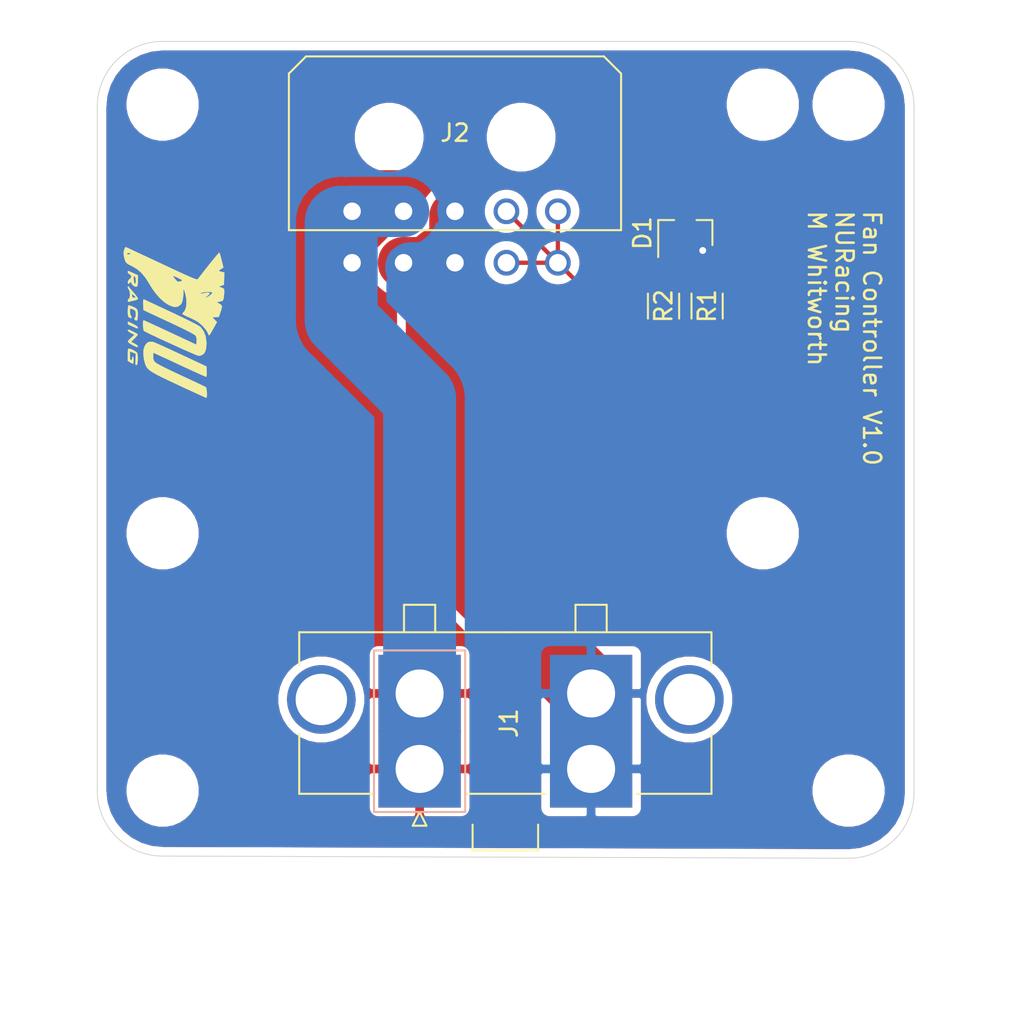
<source format=kicad_pcb>
(kicad_pcb (version 20171130) (host pcbnew "(5.1.6)-1")

  (general
    (thickness 1.6)
    (drawings 11)
    (tracks 48)
    (zones 0)
    (modules 13)
    (nets 5)
  )

  (page A4)
  (layers
    (0 F.Cu signal)
    (31 B.Cu signal)
    (32 B.Adhes user)
    (33 F.Adhes user)
    (34 B.Paste user)
    (35 F.Paste user)
    (36 B.SilkS user)
    (37 F.SilkS user)
    (38 B.Mask user)
    (39 F.Mask user)
    (40 Dwgs.User user)
    (41 Cmts.User user)
    (42 Eco1.User user)
    (43 Eco2.User user)
    (44 Edge.Cuts user)
    (45 Margin user)
    (46 B.CrtYd user)
    (47 F.CrtYd user)
    (48 B.Fab user)
    (49 F.Fab user)
  )

  (setup
    (last_trace_width 2)
    (user_trace_width 1.5)
    (user_trace_width 2)
    (user_trace_width 3)
    (user_trace_width 4.25)
    (trace_clearance 0.2)
    (zone_clearance 0.508)
    (zone_45_only no)
    (trace_min 0.2)
    (via_size 0.8)
    (via_drill 0.4)
    (via_min_size 0.4)
    (via_min_drill 0.3)
    (uvia_size 0.3)
    (uvia_drill 0.1)
    (uvias_allowed no)
    (uvia_min_size 0.2)
    (uvia_min_drill 0.1)
    (edge_width 0.05)
    (segment_width 0.2)
    (pcb_text_width 0.3)
    (pcb_text_size 1.5 1.5)
    (mod_edge_width 0.12)
    (mod_text_size 1 1)
    (mod_text_width 0.15)
    (pad_size 1.524 1.524)
    (pad_drill 0.762)
    (pad_to_mask_clearance 0.05)
    (aux_axis_origin 0 0)
    (visible_elements 7FFFFFFF)
    (pcbplotparams
      (layerselection 0x010f0_ffffffff)
      (usegerberextensions false)
      (usegerberattributes false)
      (usegerberadvancedattributes false)
      (creategerberjobfile false)
      (excludeedgelayer true)
      (linewidth 0.100000)
      (plotframeref false)
      (viasonmask false)
      (mode 1)
      (useauxorigin false)
      (hpglpennumber 1)
      (hpglpenspeed 20)
      (hpglpendiameter 15.000000)
      (psnegative false)
      (psa4output false)
      (plotreference true)
      (plotvalue true)
      (plotinvisibletext false)
      (padsonsilk false)
      (subtractmaskfromsilk false)
      (outputformat 1)
      (mirror false)
      (drillshape 0)
      (scaleselection 1)
      (outputdirectory "FanController_gerbers/"))
  )

  (net 0 "")
  (net 1 "Net-(D1-Pad1)")
  (net 2 GND)
  (net 3 +12V)
  (net 4 /BMS_PWM)

  (net_class Default "This is the default net class."
    (clearance 0.2)
    (trace_width 0.25)
    (via_dia 0.8)
    (via_drill 0.4)
    (uvia_dia 0.3)
    (uvia_drill 0.1)
    (add_net +12V)
    (add_net /BMS_PWM)
    (add_net GND)
    (add_net "Net-(D1-Pad1)")
  )

  (module "Logos:NUR 9_5" locked (layer F.Cu) (tedit 0) (tstamp 60D40934)
    (at 115.951 94.488 270)
    (fp_text reference G*** (at 0 0 90) (layer F.SilkS) hide
      (effects (font (size 1.524 1.524) (thickness 0.3)))
    )
    (fp_text value LOGO (at 0.75 0 90) (layer F.SilkS) hide
      (effects (font (size 1.524 1.524) (thickness 0.3)))
    )
    (fp_poly (pts (xy -2.187497 -2.942167) (xy -2.087709 -2.645833) (xy -2.030184 -2.804584) (xy -1.98904 -2.902193)
      (xy -1.939535 -2.94801) (xy -1.851451 -2.96092) (xy -1.780079 -2.960894) (xy -1.614581 -2.952126)
      (xy -1.449499 -2.933539) (xy -1.419403 -2.928627) (xy -1.313812 -2.903417) (xy -1.257916 -2.859185)
      (xy -1.226321 -2.769085) (xy -1.214333 -2.711835) (xy -1.177359 -2.52487) (xy -1.088359 -2.680602)
      (xy -1.034451 -2.765595) (xy -0.979745 -2.812538) (xy -0.905163 -2.823638) (xy -0.791631 -2.801104)
      (xy -0.620071 -2.747144) (xy -0.592667 -2.737989) (xy -0.3175 -2.645833) (xy -0.304205 -2.46024)
      (xy -0.290911 -2.274647) (xy -0.019603 -2.537609) (xy 0.371199 -2.320155) (xy 0.531657 -2.228489)
      (xy 0.660184 -2.150533) (xy 0.741393 -2.095905) (xy 0.762 -2.075855) (xy 0.726256 -2.046)
      (xy 0.637136 -2.004473) (xy 0.603401 -1.991659) (xy 0.497522 -1.933487) (xy 0.360908 -1.831234)
      (xy 0.218891 -1.70426) (xy 0.190651 -1.676164) (xy 0.065784 -1.540832) (xy -0.035467 -1.406862)
      (xy -0.128165 -1.250523) (xy -0.227376 -1.048082) (xy -0.275167 -0.942349) (xy -0.36406 -0.744865)
      (xy -0.426737 -0.614814) (xy -0.470434 -0.541854) (xy -0.502391 -0.515641) (xy -0.529846 -0.525833)
      (xy -0.550333 -0.549181) (xy -0.684478 -0.658424) (xy -0.879573 -0.728528) (xy -1.12045 -0.757429)
      (xy -1.39194 -0.743063) (xy -1.631523 -0.696317) (xy -1.763008 -0.657714) (xy -1.865414 -0.62005)
      (xy -1.926739 -0.589621) (xy -1.934982 -0.572726) (xy -1.87814 -0.575661) (xy -1.853001 -0.580107)
      (xy -1.762176 -0.583914) (xy -1.617805 -0.575838) (xy -1.449902 -0.557627) (xy -1.437041 -0.55588)
      (xy -1.264334 -0.527624) (xy -1.150159 -0.49402) (xy -1.068536 -0.444631) (xy -1.005417 -0.382529)
      (xy -0.919196 -0.25039) (xy -0.893036 -0.103277) (xy -0.927216 0.073585) (xy -1.018088 0.287138)
      (xy -1.170293 0.524495) (xy -1.389557 0.771909) (xy -1.661533 1.016161) (xy -1.971875 1.244032)
      (xy -2.222553 1.397) (xy -2.58454 1.622871) (xy -2.872154 1.857487) (xy -3.095676 2.110871)
      (xy -3.26539 2.393046) (xy -3.283409 2.431005) (xy -3.364831 2.597436) (xy -3.431986 2.704162)
      (xy -3.500315 2.770758) (xy -3.585264 2.816802) (xy -3.589013 2.818404) (xy -3.782854 2.878593)
      (xy -3.984688 2.905161) (xy -4.165488 2.896429) (xy -4.283545 2.858554) (xy -4.397257 2.79413)
      (xy -4.280472 2.541972) (xy -4.055385 2.541972) (xy -4.039337 2.64469) (xy -4.03897 2.646156)
      (xy -4.014401 2.721196) (xy -3.989613 2.721454) (xy -3.970065 2.691268) (xy -3.958244 2.598847)
      (xy -3.982022 2.557927) (xy -4.035702 2.512155) (xy -4.055385 2.541972) (xy -4.280472 2.541972)
      (xy -4.235474 2.444815) (xy -4.183302 2.332565) (xy -4.099831 2.153469) (xy -3.989655 1.917366)
      (xy -3.857368 1.634092) (xy -3.707565 1.313483) (xy -3.544841 0.965377) (xy -3.37379 0.59961)
      (xy -3.263984 0.364886) (xy -3.106518 0.027514) (xy -2.709333 0.027514) (xy -2.679821 0.016474)
      (xy -2.604122 -0.035524) (xy -2.54 -0.084667) (xy -2.443042 -0.170517) (xy -2.38205 -0.241956)
      (xy -2.371245 -0.268141) (xy -2.384522 -0.364701) (xy -2.41413 -0.455698) (xy -2.447812 -0.505919)
      (xy -2.454737 -0.508) (xy -2.482891 -0.47297) (xy -2.532118 -0.384039) (xy -2.590894 -0.265447)
      (xy -2.647697 -0.141433) (xy -2.691001 -0.036237) (xy -2.709283 0.025903) (xy -2.709333 0.027514)
      (xy -3.106518 0.027514) (xy -3.069265 -0.0523) (xy -2.908449 -0.399462) (xy -2.778873 -0.682939)
      (xy -2.67787 -0.90907) (xy -2.602776 -1.084192) (xy -2.550927 -1.214645) (xy -2.519656 -1.306767)
      (xy -2.506299 -1.366897) (xy -2.508192 -1.401372) (xy -2.516451 -1.413114) (xy -2.804205 -1.634027)
      (xy -3.080314 -1.849003) (xy -3.211722 -1.952785) (xy -1.775625 -1.952785) (xy -1.764522 -1.809363)
      (xy -1.74197 -1.691526) (xy -1.734482 -1.669052) (xy -1.697515 -1.59441) (xy -1.669798 -1.575758)
      (xy -1.667917 -1.626027) (xy -1.692149 -1.711385) (xy -1.721272 -1.823773) (xy -1.733882 -1.946364)
      (xy -1.729686 -2.051484) (xy -1.708395 -2.111457) (xy -1.696416 -2.116667) (xy -1.64835 -2.086868)
      (xy -1.569942 -2.011013) (xy -1.522696 -1.957917) (xy -1.44963 -1.876778) (xy -1.424533 -1.863119)
      (xy -1.440259 -1.905) (xy -1.513344 -2.033046) (xy -1.596119 -2.148187) (xy -1.673085 -2.231808)
      (xy -1.728742 -2.265291) (xy -1.738426 -2.263128) (xy -1.762759 -2.20701) (xy -1.775098 -2.094448)
      (xy -1.775625 -1.952785) (xy -3.211722 -1.952785) (xy -3.337207 -2.051889) (xy -3.567317 -2.236531)
      (xy -3.763074 -2.396778) (xy -3.916909 -2.526477) (xy -4.021254 -2.619475) (xy -4.068539 -2.66962)
      (xy -4.070097 -2.67604) (xy -4.019283 -2.698113) (xy -3.904793 -2.733634) (xy -3.74546 -2.777062)
      (xy -3.618927 -2.80881) (xy -3.196167 -2.911373) (xy -3.105642 -2.764417) (xy -3.043645 -2.675191)
      (xy -3.002446 -2.657569) (xy -2.970856 -2.715891) (xy -2.943431 -2.827344) (xy -2.913573 -2.966521)
      (xy -2.187497 -2.942167)) (layer F.SilkS) (width 0.01))
    (fp_poly (pts (xy -2.278075 2.08) (xy -2.157197 2.095044) (xy -2.096072 2.116528) (xy -2.094013 2.119073)
      (xy -2.078305 2.215815) (xy -2.12192 2.322883) (xy -2.209897 2.409981) (xy -2.24744 2.42974)
      (xy -2.329502 2.47057) (xy -2.341792 2.504266) (xy -2.309465 2.538093) (xy -2.249454 2.609476)
      (xy -2.268819 2.653993) (xy -2.348524 2.667) (xy -2.460379 2.627692) (xy -2.522726 2.561167)
      (xy -2.598062 2.484574) (xy -2.672776 2.455333) (xy -2.749608 2.490875) (xy -2.801703 2.561167)
      (xy -2.863226 2.639646) (xy -2.927795 2.667) (xy -2.992939 2.660052) (xy -3.005667 2.651689)
      (xy -2.989475 2.608531) (xy -2.946766 2.508893) (xy -2.886342 2.373243) (xy -2.878245 2.355355)
      (xy -2.855454 2.30509) (xy -2.685119 2.30509) (xy -2.641389 2.321998) (xy -2.535262 2.322327)
      (xy -2.489925 2.319945) (xy -2.354966 2.302508) (xy -2.270371 2.272275) (xy -2.25405 2.25425)
      (xy -2.276417 2.218889) (xy -2.354573 2.20044) (xy -2.461513 2.198098) (xy -2.570234 2.211061)
      (xy -2.653732 2.238523) (xy -2.683151 2.267029) (xy -2.685119 2.30509) (xy -2.855454 2.30509)
      (xy -2.750824 2.074333) (xy -2.436244 2.074333) (xy -2.278075 2.08)) (layer F.SilkS) (width 0.01))
    (fp_poly (pts (xy -1.336368 2.106392) (xy -1.294149 2.208481) (xy -1.268029 2.316663) (xy -1.237188 2.457745)
      (xy -1.210185 2.568514) (xy -1.196998 2.612997) (xy -1.21283 2.656836) (xy -1.2668 2.667)
      (xy -1.350125 2.640711) (xy -1.381691 2.6035) (xy -1.429525 2.561921) (xy -1.540429 2.542473)
      (xy -1.629179 2.54) (xy -1.801459 2.554409) (xy -1.898845 2.596892) (xy -1.905 2.6035)
      (xy -1.988705 2.655522) (xy -2.047767 2.665477) (xy -2.103182 2.660336) (xy -2.10041 2.636652)
      (xy -2.035801 2.577816) (xy -2.026827 2.570227) (xy -1.937631 2.494213) (xy -1.843091 2.413)
      (xy -1.665759 2.413) (xy -1.552546 2.413) (xy -1.468311 2.398054) (xy -1.440477 2.337411)
      (xy -1.439333 2.307167) (xy -1.444068 2.227507) (xy -1.453121 2.201333) (xy -1.488206 2.228837)
      (xy -1.555913 2.296153) (xy -1.566333 2.307167) (xy -1.665759 2.413) (xy -1.843091 2.413)
      (xy -1.81228 2.386533) (xy -1.683596 2.275417) (xy -1.560387 2.176268) (xy -1.454529 2.104442)
      (xy -1.387635 2.074486) (xy -1.384854 2.074333) (xy -1.336368 2.106392)) (layer F.SilkS) (width 0.01))
    (fp_poly (pts (xy -0.35807 2.082541) (xy -0.216226 2.093373) (xy -0.139842 2.112231) (xy -0.109712 2.146547)
      (xy -0.105833 2.180167) (xy -0.139942 2.255214) (xy -0.205782 2.278977) (xy -0.275261 2.275852)
      (xy -0.277367 2.247227) (xy -0.295171 2.217074) (xy -0.395803 2.202689) (xy -0.462081 2.201333)
      (xy -0.592875 2.206481) (xy -0.668493 2.230707) (xy -0.71822 2.287182) (xy -0.739746 2.326231)
      (xy -0.784479 2.425191) (xy -0.80428 2.493644) (xy -0.804333 2.495564) (xy -0.768001 2.526305)
      (xy -0.678499 2.538808) (xy -0.565066 2.534249) (xy -0.456943 2.513803) (xy -0.38337 2.478645)
      (xy -0.383367 2.478641) (xy -0.302097 2.435867) (xy -0.252226 2.458814) (xy -0.253841 2.529296)
      (xy -0.27822 2.573845) (xy -0.32262 2.622687) (xy -0.385081 2.650873) (xy -0.487634 2.663833)
      (xy -0.652309 2.666999) (xy -0.656069 2.667) (xy -0.810597 2.66223) (xy -0.929457 2.649642)
      (xy -0.989676 2.631819) (xy -0.992019 2.62922) (xy -0.988464 2.573314) (xy -0.955631 2.466242)
      (xy -0.910853 2.355111) (xy -0.843617 2.219781) (xy -0.773259 2.135164) (xy -0.679107 2.091067)
      (xy -0.54049 2.077297) (xy -0.35807 2.082541)) (layer F.SilkS) (width 0.01))
    (fp_poly (pts (xy 0.342434 2.081673) (xy 0.350068 2.115064) (xy 0.325394 2.191568) (xy 0.270731 2.31775)
      (xy 0.209831 2.454156) (xy 0.161683 2.563189) (xy 0.139736 2.614083) (xy 0.095773 2.649533)
      (xy 0.02509 2.668146) (xy -0.031715 2.662665) (xy -0.042333 2.646635) (xy -0.024942 2.601435)
      (xy 0.020912 2.5012) (xy 0.085742 2.366582) (xy 0.093753 2.350301) (xy 0.189246 2.178902)
      (xy 0.266528 2.089238) (xy 0.304885 2.074333) (xy 0.342434 2.081673)) (layer F.SilkS) (width 0.01))
    (fp_poly (pts (xy 1.439192 2.111373) (xy 1.439333 2.117874) (xy 1.419447 2.193175) (xy 1.368668 2.305956)
      (xy 1.300315 2.432963) (xy 1.227705 2.550945) (xy 1.164156 2.636647) (xy 1.124822 2.667)
      (xy 1.067107 2.637157) (xy 0.977404 2.559671) (xy 0.894109 2.472257) (xy 0.722689 2.277513)
      (xy 0.628076 2.472257) (xy 0.561391 2.58391) (xy 0.495889 2.65402) (xy 0.445321 2.672433)
      (xy 0.423436 2.628994) (xy 0.423333 2.623459) (xy 0.441343 2.561833) (xy 0.487241 2.456951)
      (xy 0.548835 2.332319) (xy 0.613928 2.211438) (xy 0.670327 2.117815) (xy 0.705837 2.074952)
      (xy 0.708238 2.074333) (xy 0.751329 2.101902) (xy 0.835265 2.174047) (xy 0.93788 2.271281)
      (xy 1.137835 2.46823) (xy 1.23352 2.271281) (xy 1.300521 2.158755) (xy 1.366191 2.087844)
      (xy 1.416944 2.068674) (xy 1.439192 2.111373)) (layer F.SilkS) (width 0.01))
    (fp_poly (pts (xy 2.169792 2.083075) (xy 2.33513 2.09363) (xy 2.432589 2.111537) (xy 2.478903 2.141131)
      (xy 2.488999 2.165742) (xy 2.486753 2.200063) (xy 2.453083 2.218543) (xy 2.372187 2.223444)
      (xy 2.228264 2.217024) (xy 2.161364 2.21261) (xy 2.003712 2.204317) (xy 1.884677 2.202842)
      (xy 1.824125 2.208261) (xy 1.820333 2.211281) (xy 1.805473 2.260925) (xy 1.768553 2.356843)
      (xy 1.756265 2.386663) (xy 1.692197 2.54) (xy 1.946765 2.54) (xy 2.094438 2.535142)
      (xy 2.173804 2.517919) (xy 2.200804 2.484353) (xy 2.201333 2.4765) (xy 2.164533 2.425428)
      (xy 2.0955 2.413) (xy 2.015942 2.398509) (xy 1.989667 2.370667) (xy 2.02774 2.346518)
      (xy 2.125088 2.33119) (xy 2.201333 2.328333) (xy 2.322062 2.334046) (xy 2.398627 2.348651)
      (xy 2.412842 2.360083) (xy 2.392517 2.413867) (xy 2.342469 2.506572) (xy 2.328797 2.529417)
      (xy 2.244911 2.667) (xy 1.884455 2.667) (xy 1.700524 2.663737) (xy 1.588048 2.652549)
      (xy 1.534017 2.631339) (xy 1.524 2.608881) (xy 1.54549 2.509779) (xy 1.59939 2.37989)
      (xy 1.669849 2.249727) (xy 1.741014 2.149803) (xy 1.78039 2.115388) (xy 1.863205 2.094727)
      (xy 2.001067 2.083076) (xy 2.164613 2.082872) (xy 2.169792 2.083075)) (layer F.SilkS) (width 0.01))
    (fp_poly (pts (xy 1.507661 -1.905399) (xy 1.715949 -1.845976) (xy 1.856 -1.743086) (xy 1.931282 -1.594468)
      (xy 1.947333 -1.454994) (xy 1.930059 -1.399137) (xy 1.881329 -1.276869) (xy 1.805785 -1.098366)
      (xy 1.708064 -0.873804) (xy 1.592809 -0.613358) (xy 1.464658 -0.327205) (xy 1.328251 -0.025521)
      (xy 1.188229 0.281518) (xy 1.049231 0.583737) (xy 0.915898 0.87096) (xy 0.792868 1.13301)
      (xy 0.684783 1.359711) (xy 0.596282 1.540888) (xy 0.532005 1.666365) (xy 0.49731 1.725083)
      (xy 0.441673 1.748909) (xy 0.333832 1.76644) (xy 0.19882 1.776826) (xy 0.06167 1.779218)
      (xy -0.052582 1.772767) (xy -0.118903 1.756622) (xy -0.12645 1.74625) (xy -0.108975 1.702157)
      (xy -0.05935 1.589786) (xy 0.018592 1.417499) (xy 0.121018 1.19366) (xy 0.244099 0.926631)
      (xy 0.384001 0.624774) (xy 0.536893 0.296454) (xy 0.586379 0.1905) (xy 1.298659 -1.3335)
      (xy 1.086081 -1.346565) (xy 0.919303 -1.342914) (xy 0.801429 -1.303078) (xy 0.768878 -1.281514)
      (xy 0.719547 -1.219803) (xy 0.640019 -1.085364) (xy 0.529773 -0.877174) (xy 0.388286 -0.594206)
      (xy 0.215034 -0.235436) (xy 0.009494 0.200162) (xy -0.026266 0.276717) (xy -0.716784 1.756833)
      (xy -1.039872 1.769272) (xy -1.195823 1.770703) (xy -1.304343 1.762572) (xy -1.348377 1.746339)
      (xy -1.34823 1.742895) (xy -1.327637 1.69732) (xy -1.27497 1.583348) (xy -1.194081 1.409248)
      (xy -1.088825 1.183288) (xy -0.963055 0.913738) (xy -0.820624 0.608866) (xy -0.665385 0.276941)
      (xy -0.595722 0.128102) (xy -0.370312 -0.349426) (xy -0.177437 -0.749514) (xy -0.017155 -1.072047)
      (xy 0.110473 -1.316906) (xy 0.205387 -1.483974) (xy 0.267528 -1.573132) (xy 0.271853 -1.577674)
      (xy 0.510345 -1.757975) (xy 0.800012 -1.872391) (xy 1.142451 -1.921499) (xy 1.227667 -1.923612)
      (xy 1.507661 -1.905399)) (layer F.SilkS) (width 0.01))
    (fp_poly (pts (xy 4.328309 -1.943198) (xy 4.394965 -1.927733) (xy 4.402667 -1.917678) (xy 4.385363 -1.874102)
      (xy 4.335961 -1.762061) (xy 4.258221 -1.589785) (xy 4.155906 -1.365508) (xy 4.032776 -1.09746)
      (xy 3.892593 -0.793873) (xy 3.739118 -0.462979) (xy 3.672417 -0.319594) (xy 3.472842 0.107444)
      (xy 3.303631 0.464254) (xy 3.160296 0.757769) (xy 3.038352 0.994924) (xy 2.933313 1.182652)
      (xy 2.840693 1.327888) (xy 2.756006 1.437564) (xy 2.674764 1.518614) (xy 2.592484 1.577973)
      (xy 2.504678 1.622575) (xy 2.40686 1.659352) (xy 2.388012 1.665621) (xy 2.15053 1.724298)
      (xy 1.897648 1.755146) (xy 1.665421 1.754915) (xy 1.559394 1.740327) (xy 1.346654 1.666475)
      (xy 1.200769 1.55152) (xy 1.126467 1.401707) (xy 1.128479 1.22328) (xy 1.138472 1.184652)
      (xy 1.166066 1.113559) (xy 1.225545 0.975277) (xy 1.312664 0.779188) (xy 1.42318 0.534675)
      (xy 1.552847 0.25112) (xy 1.697421 -0.062096) (xy 1.852658 -0.395589) (xy 1.875851 -0.445181)
      (xy 2.568903 -1.926167) (xy 2.871952 -1.938605) (xy 3.04663 -1.94046) (xy 3.145163 -1.92774)
      (xy 3.175 -1.900745) (xy 3.157628 -1.852396) (xy 3.108096 -1.736008) (xy 3.030278 -1.560161)
      (xy 2.928048 -1.333431) (xy 2.805279 -1.064398) (xy 2.665847 -0.761638) (xy 2.513624 -0.43373)
      (xy 2.4765 -0.354133) (xy 2.322101 -0.022848) (xy 2.179536 0.284078) (xy 2.052658 0.558271)
      (xy 1.94532 0.791356) (xy 1.861376 0.974959) (xy 1.804681 1.100706) (xy 1.779087 1.160222)
      (xy 1.778 1.163758) (xy 1.816093 1.176086) (xy 1.913454 1.183895) (xy 1.988999 1.185333)
      (xy 2.136799 1.174972) (xy 2.241213 1.134656) (xy 2.322978 1.068917) (xy 2.38196 0.989066)
      (xy 2.472952 0.830901) (xy 2.595923 0.594479) (xy 2.750845 0.279858) (xy 2.93769 -0.112907)
      (xy 3.092175 -0.4445) (xy 3.241527 -0.766419) (xy 3.380926 -1.065058) (xy 3.506113 -1.331436)
      (xy 3.612833 -1.556572) (xy 3.69683 -1.731486) (xy 3.753847 -1.847197) (xy 3.779379 -1.894417)
      (xy 3.834239 -1.917865) (xy 3.941666 -1.935404) (xy 4.076556 -1.946097) (xy 4.213805 -1.949007)
      (xy 4.328309 -1.943198)) (layer F.SilkS) (width 0.01))
  )

  (module Connector_Molex:Molex_Micro-Fit_3.0_43045-1000_2x05_P3.00mm_Horizontal (layer F.Cu) (tedit 5DC5E16C) (tstamp 60D3F36D)
    (at 126.365 88.011)
    (descr "Molex Micro-Fit 3.0 Connector System, 43045-1000 (alternative finishes: 43045-100x), 5 Pins per row (https://www.molex.com/pdm_docs/sd/430450201_sd.pdf), generated with kicad-footprint-generator")
    (tags "connector Molex Micro-Fit_3.0 horizontal")
    (path /60D3D35C)
    (fp_text reference J2 (at 6 -4.572) (layer F.SilkS)
      (effects (font (size 1 1) (thickness 0.15)))
    )
    (fp_text value Conn_01x10_Female (at 6 5.7) (layer F.Fab)
      (effects (font (size 1 1) (thickness 0.15)))
    )
    (fp_line (start -3.575 0.99) (end -3.575 -7.92) (layer F.Fab) (width 0.1))
    (fp_line (start -3.575 -7.92) (end -2.575 -8.92) (layer F.Fab) (width 0.1))
    (fp_line (start -2.575 -8.92) (end 14.575 -8.92) (layer F.Fab) (width 0.1))
    (fp_line (start 14.575 -8.92) (end 15.575 -7.92) (layer F.Fab) (width 0.1))
    (fp_line (start 15.575 -7.92) (end 15.575 0.99) (layer F.Fab) (width 0.1))
    (fp_line (start 15.575 0.99) (end -3.575 0.99) (layer F.Fab) (width 0.1))
    (fp_line (start -0.75 0.99) (end 0 0) (layer F.Fab) (width 0.1))
    (fp_line (start 0 0) (end 0.75 0.99) (layer F.Fab) (width 0.1))
    (fp_line (start -3.685 1.1) (end -3.685 -8.03) (layer F.SilkS) (width 0.12))
    (fp_line (start -3.685 -8.03) (end -2.685 -9.03) (layer F.SilkS) (width 0.12))
    (fp_line (start -2.685 -9.03) (end 14.685 -9.03) (layer F.SilkS) (width 0.12))
    (fp_line (start 14.685 -9.03) (end 15.685 -8.03) (layer F.SilkS) (width 0.12))
    (fp_line (start 15.685 -8.03) (end 15.685 1.1) (layer F.SilkS) (width 0.12))
    (fp_line (start 15.685 1.1) (end -3.685 1.1) (layer F.SilkS) (width 0.12))
    (fp_line (start -4.08 1.49) (end -4.08 -9.42) (layer F.CrtYd) (width 0.05))
    (fp_line (start -4.08 -9.42) (end 16.08 -9.42) (layer F.CrtYd) (width 0.05))
    (fp_line (start 16.08 -9.42) (end 16.08 1.49) (layer F.CrtYd) (width 0.05))
    (fp_line (start 16.08 1.49) (end 13.25 1.49) (layer F.CrtYd) (width 0.05))
    (fp_line (start 13.25 1.49) (end 13.25 4.25) (layer F.CrtYd) (width 0.05))
    (fp_line (start 13.25 4.25) (end -1.25 4.25) (layer F.CrtYd) (width 0.05))
    (fp_line (start -1.25 4.25) (end -1.25 1.49) (layer F.CrtYd) (width 0.05))
    (fp_line (start -1.25 1.49) (end -4.08 1.49) (layer F.CrtYd) (width 0.05))
    (fp_text user %R (at 6 -8.22) (layer F.Fab)
      (effects (font (size 1 1) (thickness 0.15)))
    )
    (pad 10 thru_hole circle (at 12 3) (size 1.5 1.5) (drill 1.02) (layers *.Cu *.Mask)
      (net 4 /BMS_PWM))
    (pad 9 thru_hole circle (at 9 3) (size 1.5 1.5) (drill 1.02) (layers *.Cu *.Mask)
      (net 4 /BMS_PWM))
    (pad 8 thru_hole circle (at 6 3) (size 1.5 1.5) (drill 1.02) (layers *.Cu *.Mask)
      (net 2 GND))
    (pad 7 thru_hole circle (at 3 3) (size 1.5 1.5) (drill 1.02) (layers *.Cu *.Mask)
      (net 2 GND))
    (pad 6 thru_hole circle (at 0 3) (size 1.5 1.5) (drill 1.02) (layers *.Cu *.Mask)
      (net 3 +12V))
    (pad 5 thru_hole circle (at 12 0) (size 1.5 1.5) (drill 1.02) (layers *.Cu *.Mask)
      (net 4 /BMS_PWM))
    (pad 4 thru_hole circle (at 9 0) (size 1.5 1.5) (drill 1.02) (layers *.Cu *.Mask)
      (net 4 /BMS_PWM))
    (pad 3 thru_hole circle (at 6 0) (size 1.5 1.5) (drill 1.02) (layers *.Cu *.Mask)
      (net 2 GND))
    (pad 2 thru_hole circle (at 3 0) (size 1.5 1.5) (drill 1.02) (layers *.Cu *.Mask)
      (net 3 +12V))
    (pad 1 thru_hole roundrect (at 0 0) (size 1.5 1.5) (drill 1.02) (layers *.Cu *.Mask) (roundrect_rratio 0.166667)
      (net 3 +12V))
    (pad "" np_thru_hole circle (at 9.86 -4.32) (size 3 3) (drill 3) (layers *.Cu *.Mask))
    (pad "" np_thru_hole circle (at 2.16 -4.32) (size 3 3) (drill 3) (layers *.Cu *.Mask))
    (model ${KISYS3DMOD}/Connector_Molex.3dshapes/Molex_Micro-Fit_3.0_43045-1000_2x05_P3.00mm_Horizontal.wrl
      (at (xyz 0 0 0))
      (scale (xyz 1 1 1))
      (rotate (xyz 0 0 0))
    )
  )

  (module MountingHole:MountingHole_3.2mm_M3 locked (layer F.Cu) (tedit 56D1B4CB) (tstamp 60D3FB39)
    (at 150.316 106.788)
    (descr "Mounting Hole 3.2mm, no annular, M3")
    (tags "mounting hole 3.2mm no annular m3")
    (attr virtual)
    (fp_text reference REF** (at 0 -4.2) (layer F.Fab)
      (effects (font (size 1 1) (thickness 0.15)))
    )
    (fp_text value MountingHole_3.2mm_M3 (at 0 4.2) (layer F.Fab)
      (effects (font (size 1 1) (thickness 0.15)))
    )
    (fp_circle (center 0 0) (end 3.2 0) (layer Cmts.User) (width 0.15))
    (fp_circle (center 0 0) (end 3.45 0) (layer F.CrtYd) (width 0.05))
    (fp_text user %R (at 0.3 0) (layer F.Fab)
      (effects (font (size 1 1) (thickness 0.15)))
    )
    (pad 1 np_thru_hole circle (at 0 0) (size 3.2 3.2) (drill 3.2) (layers *.Cu *.Mask))
  )

  (module MountingHole:MountingHole_3.2mm_M3 locked (layer F.Cu) (tedit 56D1B4CB) (tstamp 60D3FB1C)
    (at 150.316 81.788)
    (descr "Mounting Hole 3.2mm, no annular, M3")
    (tags "mounting hole 3.2mm no annular m3")
    (attr virtual)
    (fp_text reference REF** (at 0 -4.2) (layer F.Fab)
      (effects (font (size 1 1) (thickness 0.15)))
    )
    (fp_text value MountingHole_3.2mm_M3 (at 0 4.2) (layer F.Fab)
      (effects (font (size 1 1) (thickness 0.15)))
    )
    (fp_circle (center 0 0) (end 3.2 0) (layer Cmts.User) (width 0.15))
    (fp_circle (center 0 0) (end 3.45 0) (layer F.CrtYd) (width 0.05))
    (fp_text user %R (at 0.3 0) (layer F.Fab)
      (effects (font (size 1 1) (thickness 0.15)))
    )
    (pad 1 np_thru_hole circle (at 0 0) (size 3.2 3.2) (drill 3.2) (layers *.Cu *.Mask))
  )

  (module MountingHole:MountingHole_3.2mm_M3 locked (layer F.Cu) (tedit 56D1B4CB) (tstamp 60D3FAFF)
    (at 115.316 106.788)
    (descr "Mounting Hole 3.2mm, no annular, M3")
    (tags "mounting hole 3.2mm no annular m3")
    (attr virtual)
    (fp_text reference REF** (at 0 -4.2) (layer F.Fab)
      (effects (font (size 1 1) (thickness 0.15)))
    )
    (fp_text value MountingHole_3.2mm_M3 (at 0 4.2) (layer F.Fab)
      (effects (font (size 1 1) (thickness 0.15)))
    )
    (fp_circle (center 0 0) (end 3.2 0) (layer Cmts.User) (width 0.15))
    (fp_circle (center 0 0) (end 3.45 0) (layer F.CrtYd) (width 0.05))
    (fp_text user %R (at 0.3 0) (layer F.Fab)
      (effects (font (size 1 1) (thickness 0.15)))
    )
    (pad 1 np_thru_hole circle (at 0 0) (size 3.2 3.2) (drill 3.2) (layers *.Cu *.Mask))
  )

  (module MountingHole:MountingHole_3.2mm_M3 locked (layer F.Cu) (tedit 56D1B4CB) (tstamp 60D3FAE2)
    (at 115.316 121.788)
    (descr "Mounting Hole 3.2mm, no annular, M3")
    (tags "mounting hole 3.2mm no annular m3")
    (attr virtual)
    (fp_text reference REF** (at 0 -4.2) (layer F.Fab)
      (effects (font (size 1 1) (thickness 0.15)))
    )
    (fp_text value MountingHole_3.2mm_M3 (at 0 4.2) (layer F.Fab)
      (effects (font (size 1 1) (thickness 0.15)))
    )
    (fp_circle (center 0 0) (end 3.2 0) (layer Cmts.User) (width 0.15))
    (fp_circle (center 0 0) (end 3.45 0) (layer F.CrtYd) (width 0.05))
    (fp_text user %R (at 0.3 0) (layer F.Fab)
      (effects (font (size 1 1) (thickness 0.15)))
    )
    (pad 1 np_thru_hole circle (at 0 0) (size 3.2 3.2) (drill 3.2) (layers *.Cu *.Mask))
  )

  (module MountingHole:MountingHole_3.2mm_M3 locked (layer F.Cu) (tedit 56D1B4CB) (tstamp 60D3FAC5)
    (at 155.316 121.788)
    (descr "Mounting Hole 3.2mm, no annular, M3")
    (tags "mounting hole 3.2mm no annular m3")
    (attr virtual)
    (fp_text reference REF** (at 0 -4.2) (layer F.Fab)
      (effects (font (size 1 1) (thickness 0.15)))
    )
    (fp_text value MountingHole_3.2mm_M3 (at 0 4.2) (layer F.Fab)
      (effects (font (size 1 1) (thickness 0.15)))
    )
    (fp_circle (center 0 0) (end 3.2 0) (layer Cmts.User) (width 0.15))
    (fp_circle (center 0 0) (end 3.45 0) (layer F.CrtYd) (width 0.05))
    (fp_text user %R (at 0.3 0) (layer F.Fab)
      (effects (font (size 1 1) (thickness 0.15)))
    )
    (pad 1 np_thru_hole circle (at 0 0) (size 3.2 3.2) (drill 3.2) (layers *.Cu *.Mask))
  )

  (module MountingHole:MountingHole_3.2mm_M3 locked (layer F.Cu) (tedit 56D1B4CB) (tstamp 60D3FAA8)
    (at 155.316 81.788)
    (descr "Mounting Hole 3.2mm, no annular, M3")
    (tags "mounting hole 3.2mm no annular m3")
    (attr virtual)
    (fp_text reference REF** (at 0 -4.2) (layer F.Fab)
      (effects (font (size 1 1) (thickness 0.15)))
    )
    (fp_text value MountingHole_3.2mm_M3 (at 0 4.2) (layer F.Fab)
      (effects (font (size 1 1) (thickness 0.15)))
    )
    (fp_circle (center 0 0) (end 3.2 0) (layer Cmts.User) (width 0.15))
    (fp_circle (center 0 0) (end 3.45 0) (layer F.CrtYd) (width 0.05))
    (fp_text user %R (at 0.3 0) (layer F.Fab)
      (effects (font (size 1 1) (thickness 0.15)))
    )
    (pad 1 np_thru_hole circle (at 0 0) (size 3.2 3.2) (drill 3.2) (layers *.Cu *.Mask))
  )

  (module MountingHole:MountingHole_3.2mm_M3 locked (layer F.Cu) (tedit 56D1B4CB) (tstamp 60D3FA8B)
    (at 115.316 81.788)
    (descr "Mounting Hole 3.2mm, no annular, M3")
    (tags "mounting hole 3.2mm no annular m3")
    (attr virtual)
    (fp_text reference REF** (at 0 -4.2) (layer F.Fab)
      (effects (font (size 1 1) (thickness 0.15)))
    )
    (fp_text value MountingHole_3.2mm_M3 (at 0 4.2) (layer F.Fab)
      (effects (font (size 1 1) (thickness 0.15)))
    )
    (fp_circle (center 0 0) (end 3.2 0) (layer Cmts.User) (width 0.15))
    (fp_circle (center 0 0) (end 3.45 0) (layer F.CrtYd) (width 0.05))
    (fp_text user %R (at 0.3 0) (layer F.Fab)
      (effects (font (size 1 1) (thickness 0.15)))
    )
    (pad 1 np_thru_hole circle (at 0 0) (size 3.2 3.2) (drill 3.2) (layers *.Cu *.Mask))
  )

  (module Connector_Molex:Molex_Mini-Fit_Sr_42819-22XX_1x02_P10.00mm_Vertical (layer F.Cu) (tedit 5B782361) (tstamp 60D3F346)
    (at 130.302 120.523 90)
    (descr "Molex Mini-Fit Sr. Power Connectors, 42819-22XX, 2 Pins per row (http://www.molex.com/pdm_docs/sd/428192214_sd.pdf), generated with kicad-footprint-generator")
    (tags "connector Molex Mini-Fit_Sr side entry")
    (path /60D3C88D)
    (fp_text reference J1 (at 2.667 5.207 90) (layer F.SilkS)
      (effects (font (size 1 1) (thickness 0.15)))
    )
    (fp_text value Conn_01x02_Female (at 3.26 18.93 90) (layer F.Fab)
      (effects (font (size 1 1) (thickness 0.15)))
    )
    (fp_line (start -2.51 -2.66) (end -2.51 2.66) (layer B.SilkS) (width 0.12))
    (fp_line (start -2.51 2.66) (end 6.91 2.66) (layer B.SilkS) (width 0.12))
    (fp_line (start 6.91 2.66) (end 6.91 -2.66) (layer B.SilkS) (width 0.12))
    (fp_line (start 6.91 -2.66) (end -2.51 -2.66) (layer B.SilkS) (width 0.12))
    (fp_line (start -1.34 -6.91) (end -1.34 16.91) (layer F.Fab) (width 0.1))
    (fp_line (start -1.34 16.91) (end 7.86 16.91) (layer F.Fab) (width 0.1))
    (fp_line (start 7.86 16.91) (end 7.86 -6.91) (layer F.Fab) (width 0.1))
    (fp_line (start 7.86 -6.91) (end -1.34 -6.91) (layer F.Fab) (width 0.1))
    (fp_line (start -1.34 -5.45) (end 7.86 -5.45) (layer F.Fab) (width 0.1))
    (fp_line (start -1.34 15.45) (end 7.86 15.45) (layer F.Fab) (width 0.1))
    (fp_line (start -1.45 -2.66) (end -1.45 -7.02) (layer F.SilkS) (width 0.12))
    (fp_line (start -1.45 -7.02) (end 2.05 -7.02) (layer F.SilkS) (width 0.12))
    (fp_line (start -1.45 12.66) (end -1.45 17.02) (layer F.SilkS) (width 0.12))
    (fp_line (start -1.45 17.02) (end 2.05 17.02) (layer F.SilkS) (width 0.12))
    (fp_line (start 6.05 -7.02) (end 7.97 -7.02) (layer F.SilkS) (width 0.12))
    (fp_line (start 7.97 -7.02) (end 7.97 5) (layer F.SilkS) (width 0.12))
    (fp_line (start 6.05 17.02) (end 7.97 17.02) (layer F.SilkS) (width 0.12))
    (fp_line (start 7.97 17.02) (end 7.97 5) (layer F.SilkS) (width 0.12))
    (fp_line (start -1.45 2.66) (end -1.45 7.34) (layer F.SilkS) (width 0.12))
    (fp_line (start 7.86 -0.8) (end 9.46 -0.8) (layer F.Fab) (width 0.1))
    (fp_line (start 9.46 -0.8) (end 9.46 0.8) (layer F.Fab) (width 0.1))
    (fp_line (start 9.46 0.8) (end 7.86 0.8) (layer F.Fab) (width 0.1))
    (fp_line (start 7.97 -0.91) (end 9.57 -0.91) (layer F.SilkS) (width 0.12))
    (fp_line (start 9.57 -0.91) (end 9.57 0.91) (layer F.SilkS) (width 0.12))
    (fp_line (start 9.57 0.91) (end 7.97 0.91) (layer F.SilkS) (width 0.12))
    (fp_line (start 7.86 9.2) (end 9.46 9.2) (layer F.Fab) (width 0.1))
    (fp_line (start 9.46 9.2) (end 9.46 10.8) (layer F.Fab) (width 0.1))
    (fp_line (start 9.46 10.8) (end 7.86 10.8) (layer F.Fab) (width 0.1))
    (fp_line (start 7.97 9.09) (end 9.57 9.09) (layer F.SilkS) (width 0.12))
    (fp_line (start 9.57 9.09) (end 9.57 10.91) (layer F.SilkS) (width 0.12))
    (fp_line (start 9.57 10.91) (end 7.97 10.91) (layer F.SilkS) (width 0.12))
    (fp_line (start -1.34 0) (end -1.34 10) (layer F.Fab) (width 0.1))
    (fp_line (start -1.34 10) (end -3.14 10) (layer F.Fab) (width 0.1))
    (fp_line (start -3.14 10) (end -3.14 0) (layer F.Fab) (width 0.1))
    (fp_line (start -3.14 0) (end -1.34 0) (layer F.Fab) (width 0.1))
    (fp_line (start -3.14 3.2) (end -3.14 6.8) (layer F.Fab) (width 0.1))
    (fp_line (start -3.14 6.8) (end -4.64 6.8) (layer F.Fab) (width 0.1))
    (fp_line (start -4.64 6.8) (end -4.64 3.2) (layer F.Fab) (width 0.1))
    (fp_line (start -4.64 3.2) (end -3.14 3.2) (layer F.Fab) (width 0.1))
    (fp_line (start -3.25 3.09) (end -4.75 3.09) (layer F.SilkS) (width 0.12))
    (fp_line (start -4.75 3.09) (end -4.75 6.91) (layer F.SilkS) (width 0.12))
    (fp_line (start -4.75 6.91) (end -3.25 6.91) (layer F.SilkS) (width 0.12))
    (fp_line (start -1.34 -1.2) (end 0.357056 0) (layer F.Fab) (width 0.1))
    (fp_line (start 0.357056 0) (end -1.34 1.2) (layer F.Fab) (width 0.1))
    (fp_line (start 7.86 -1.2) (end 6.162944 0) (layer F.Fab) (width 0.1))
    (fp_line (start 6.162944 0) (end 7.86 1.2) (layer F.Fab) (width 0.1))
    (fp_line (start -2.51 0) (end -3.31 -0.4) (layer F.SilkS) (width 0.12))
    (fp_line (start -3.31 -0.4) (end -3.31 0.4) (layer F.SilkS) (width 0.12))
    (fp_line (start -3.31 0.4) (end -2.51 0) (layer F.SilkS) (width 0.12))
    (fp_line (start -5.14 -8.23) (end -5.14 18.23) (layer F.CrtYd) (width 0.05))
    (fp_line (start -5.14 18.23) (end 8.36 18.23) (layer F.CrtYd) (width 0.05))
    (fp_line (start 8.36 18.23) (end 8.36 -8.23) (layer F.CrtYd) (width 0.05))
    (fp_line (start 8.36 -8.23) (end -5.14 -8.23) (layer F.CrtYd) (width 0.05))
    (fp_text user %R (at 3.26 14.75 90) (layer F.Fab)
      (effects (font (size 1 1) (thickness 0.15)))
    )
    (pad "" thru_hole circle (at 4.05 15.73 90) (size 4 4) (drill 3) (layers *.Cu *.Mask))
    (pad "" thru_hole circle (at 4.05 -5.73 90) (size 4 4) (drill 3) (layers *.Cu *.Mask))
    (pad 2 thru_hole rect (at 4.4 10 90) (size 4.5 4.8) (drill 2.8) (layers *.Cu *.Mask)
      (net 2 GND))
    (pad 1 thru_hole rect (at 4.4 0 90) (size 4.5 4.8) (drill 2.8) (layers *.Cu *.Mask)
      (net 3 +12V))
    (pad 2 thru_hole rect (at 0 10 90) (size 4.5 4.8) (drill 2.8) (layers *.Cu *.Mask)
      (net 2 GND))
    (pad 1 thru_hole rect (at 0 0 90) (size 4.5 4.8) (drill 2.8) (layers *.Cu *.Mask)
      (net 3 +12V))
    (model ${KISYS3DMOD}/Connector_Molex.3dshapes/Molex_Mini-Fit_Sr_42819-22XX_1x02_P10.00mm_Vertical.wrl
      (at (xyz 0 0 0))
      (scale (xyz 1 1 1))
      (rotate (xyz 0 0 0))
    )
  )

  (module Package_TO_SOT_SMD:SOT-23 (layer F.Cu) (tedit 5A02FF57) (tstamp 60D3F317)
    (at 145.796 89.281 90)
    (descr "SOT-23, Standard")
    (tags SOT-23)
    (path /60D45FA9)
    (attr smd)
    (fp_text reference D1 (at 0 -2.5 90) (layer F.SilkS)
      (effects (font (size 1 1) (thickness 0.15)))
    )
    (fp_text value 5V1 (at 0 2.5 90) (layer F.Fab)
      (effects (font (size 1 1) (thickness 0.15)))
    )
    (fp_line (start 0.76 1.58) (end -0.7 1.58) (layer F.SilkS) (width 0.12))
    (fp_line (start 0.76 -1.58) (end -1.4 -1.58) (layer F.SilkS) (width 0.12))
    (fp_line (start -1.7 1.75) (end -1.7 -1.75) (layer F.CrtYd) (width 0.05))
    (fp_line (start 1.7 1.75) (end -1.7 1.75) (layer F.CrtYd) (width 0.05))
    (fp_line (start 1.7 -1.75) (end 1.7 1.75) (layer F.CrtYd) (width 0.05))
    (fp_line (start -1.7 -1.75) (end 1.7 -1.75) (layer F.CrtYd) (width 0.05))
    (fp_line (start 0.76 -1.58) (end 0.76 -0.65) (layer F.SilkS) (width 0.12))
    (fp_line (start 0.76 1.58) (end 0.76 0.65) (layer F.SilkS) (width 0.12))
    (fp_line (start -0.7 1.52) (end 0.7 1.52) (layer F.Fab) (width 0.1))
    (fp_line (start 0.7 -1.52) (end 0.7 1.52) (layer F.Fab) (width 0.1))
    (fp_line (start -0.7 -0.95) (end -0.15 -1.52) (layer F.Fab) (width 0.1))
    (fp_line (start -0.15 -1.52) (end 0.7 -1.52) (layer F.Fab) (width 0.1))
    (fp_line (start -0.7 -0.95) (end -0.7 1.5) (layer F.Fab) (width 0.1))
    (fp_text user %R (at 0 0) (layer F.Fab)
      (effects (font (size 0.5 0.5) (thickness 0.075)))
    )
    (pad 1 smd rect (at -1 -0.95 90) (size 0.9 0.8) (layers F.Cu F.Paste F.Mask)
      (net 1 "Net-(D1-Pad1)"))
    (pad 2 smd rect (at -1 0.95 90) (size 0.9 0.8) (layers F.Cu F.Paste F.Mask)
      (net 2 GND))
    (pad 3 smd rect (at 1 0 90) (size 0.9 0.8) (layers F.Cu F.Paste F.Mask))
    (model ${KISYS3DMOD}/Package_TO_SOT_SMD.3dshapes/SOT-23.wrl
      (at (xyz 0 0 0))
      (scale (xyz 1 1 1))
      (rotate (xyz 0 0 0))
    )
  )

  (module Resistor_SMD:R_1206_3216Metric (layer F.Cu) (tedit 5F68FEEE) (tstamp 60D3F37E)
    (at 147.066 93.5375 270)
    (descr "Resistor SMD 1206 (3216 Metric), square (rectangular) end terminal, IPC_7351 nominal, (Body size source: IPC-SM-782 page 72, https://www.pcb-3d.com/wordpress/wp-content/uploads/ipc-sm-782a_amendment_1_and_2.pdf), generated with kicad-footprint-generator")
    (tags resistor)
    (path /60D428F6)
    (attr smd)
    (fp_text reference R1 (at 0 0 90) (layer F.SilkS)
      (effects (font (size 1 1) (thickness 0.15)))
    )
    (fp_text value 1K (at 0 1.82 90) (layer F.Fab)
      (effects (font (size 1 1) (thickness 0.15)))
    )
    (fp_line (start 2.28 1.12) (end -2.28 1.12) (layer F.CrtYd) (width 0.05))
    (fp_line (start 2.28 -1.12) (end 2.28 1.12) (layer F.CrtYd) (width 0.05))
    (fp_line (start -2.28 -1.12) (end 2.28 -1.12) (layer F.CrtYd) (width 0.05))
    (fp_line (start -2.28 1.12) (end -2.28 -1.12) (layer F.CrtYd) (width 0.05))
    (fp_line (start -0.727064 0.91) (end 0.727064 0.91) (layer F.SilkS) (width 0.12))
    (fp_line (start -0.727064 -0.91) (end 0.727064 -0.91) (layer F.SilkS) (width 0.12))
    (fp_line (start 1.6 0.8) (end -1.6 0.8) (layer F.Fab) (width 0.1))
    (fp_line (start 1.6 -0.8) (end 1.6 0.8) (layer F.Fab) (width 0.1))
    (fp_line (start -1.6 -0.8) (end 1.6 -0.8) (layer F.Fab) (width 0.1))
    (fp_line (start -1.6 0.8) (end -1.6 -0.8) (layer F.Fab) (width 0.1))
    (fp_text user %R (at 0 0 90) (layer F.Fab)
      (effects (font (size 0.8 0.8) (thickness 0.12)))
    )
    (pad 1 smd roundrect (at -1.4625 0 270) (size 1.125 1.75) (layers F.Cu F.Paste F.Mask) (roundrect_rratio 0.222222)
      (net 1 "Net-(D1-Pad1)"))
    (pad 2 smd roundrect (at 1.4625 0 270) (size 1.125 1.75) (layers F.Cu F.Paste F.Mask) (roundrect_rratio 0.222222)
      (net 3 +12V))
    (model ${KISYS3DMOD}/Resistor_SMD.3dshapes/R_1206_3216Metric.wrl
      (at (xyz 0 0 0))
      (scale (xyz 1 1 1))
      (rotate (xyz 0 0 0))
    )
  )

  (module Resistor_SMD:R_1206_3216Metric (layer F.Cu) (tedit 5F68FEEE) (tstamp 60D3F38F)
    (at 144.526 93.5375 270)
    (descr "Resistor SMD 1206 (3216 Metric), square (rectangular) end terminal, IPC_7351 nominal, (Body size source: IPC-SM-782 page 72, https://www.pcb-3d.com/wordpress/wp-content/uploads/ipc-sm-782a_amendment_1_and_2.pdf), generated with kicad-footprint-generator")
    (tags resistor)
    (path /60D438F1)
    (attr smd)
    (fp_text reference R2 (at 0 0 90) (layer F.SilkS)
      (effects (font (size 1 1) (thickness 0.15)))
    )
    (fp_text value 100K (at 0 1.82 90) (layer F.Fab)
      (effects (font (size 1 1) (thickness 0.15)))
    )
    (fp_line (start -1.6 0.8) (end -1.6 -0.8) (layer F.Fab) (width 0.1))
    (fp_line (start -1.6 -0.8) (end 1.6 -0.8) (layer F.Fab) (width 0.1))
    (fp_line (start 1.6 -0.8) (end 1.6 0.8) (layer F.Fab) (width 0.1))
    (fp_line (start 1.6 0.8) (end -1.6 0.8) (layer F.Fab) (width 0.1))
    (fp_line (start -0.727064 -0.91) (end 0.727064 -0.91) (layer F.SilkS) (width 0.12))
    (fp_line (start -0.727064 0.91) (end 0.727064 0.91) (layer F.SilkS) (width 0.12))
    (fp_line (start -2.28 1.12) (end -2.28 -1.12) (layer F.CrtYd) (width 0.05))
    (fp_line (start -2.28 -1.12) (end 2.28 -1.12) (layer F.CrtYd) (width 0.05))
    (fp_line (start 2.28 -1.12) (end 2.28 1.12) (layer F.CrtYd) (width 0.05))
    (fp_line (start 2.28 1.12) (end -2.28 1.12) (layer F.CrtYd) (width 0.05))
    (fp_text user %R (at 0 0 90) (layer F.Fab)
      (effects (font (size 0.8 0.8) (thickness 0.12)))
    )
    (pad 2 smd roundrect (at 1.4625 0 270) (size 1.125 1.75) (layers F.Cu F.Paste F.Mask) (roundrect_rratio 0.222222)
      (net 4 /BMS_PWM))
    (pad 1 smd roundrect (at -1.4625 0 270) (size 1.125 1.75) (layers F.Cu F.Paste F.Mask) (roundrect_rratio 0.222222)
      (net 1 "Net-(D1-Pad1)"))
    (model ${KISYS3DMOD}/Resistor_SMD.3dshapes/R_1206_3216Metric.wrl
      (at (xyz 0 0 0))
      (scale (xyz 1 1 1))
      (rotate (xyz 0 0 0))
    )
  )

  (gr_text "PDB to sit on top" (at 153.035 133.985) (layer F.Fab)
    (effects (font (size 1.5 1.5) (thickness 0.3)))
  )
  (gr_text "Fan Controller V1.0\nNURacing\nM Whitworth" (at 155.067 87.884 270) (layer F.SilkS)
    (effects (font (size 1 1) (thickness 0.15)) (justify left))
  )
  (gr_text "2oz thickness" (at 150.749 130.683) (layer F.Fab)
    (effects (font (size 1.5 1.5) (thickness 0.3)))
  )
  (gr_line (start 159.131 121.92) (end 159.131 81.915) (layer Edge.Cuts) (width 0.05) (tstamp 60D3FD79))
  (gr_line (start 115.316 125.603) (end 155.321 125.73) (layer Edge.Cuts) (width 0.05) (tstamp 60D3FD78))
  (gr_line (start 111.506 81.915) (end 111.506 121.793) (layer Edge.Cuts) (width 0.05) (tstamp 60D3FD77))
  (gr_line (start 155.321 78.105) (end 115.316 78.105) (layer Edge.Cuts) (width 0.05) (tstamp 60D3FD76))
  (gr_arc (start 155.321 81.915) (end 159.131 81.915) (angle -90) (layer Edge.Cuts) (width 0.05))
  (gr_arc (start 155.321 121.92) (end 155.321 125.73) (angle -90) (layer Edge.Cuts) (width 0.05))
  (gr_arc (start 115.316 121.793) (end 111.506 121.793) (angle -90) (layer Edge.Cuts) (width 0.05))
  (gr_arc (start 115.316 81.915) (end 115.316 78.105) (angle -90) (layer Edge.Cuts) (width 0.05))

  (via (at 146.812 90.297) (size 0.8) (drill 0.4) (layers F.Cu B.Cu) (net 2))
  (segment (start 147.066 92.075) (end 144.526 92.075) (width 0.25) (layer F.Cu) (net 1))
  (segment (start 144.526 90.601) (end 144.846 90.281) (width 0.25) (layer F.Cu) (net 1))
  (segment (start 144.526 92.075) (end 144.526 90.601) (width 0.25) (layer F.Cu) (net 1))
  (segment (start 132.365 88.042) (end 132.334 88.011) (width 2) (layer B.Cu) (net 2))
  (segment (start 129.461 91.011) (end 129.413 91.059) (width 2) (layer B.Cu) (net 2))
  (segment (start 132.365 91.011) (end 132.365 88.310999) (width 3) (layer F.Cu) (net 2))
  (segment (start 140.302 120.523) (end 140.302 116.123) (width 4.25) (layer F.Cu) (net 2))
  (segment (start 131.62 107.441) (end 131.62 91.011) (width 4.25) (layer F.Cu) (net 2))
  (segment (start 140.302 116.123) (end 131.62 107.441) (width 4.25) (layer F.Cu) (net 2))
  (segment (start 129.365 91.011) (end 131.62 91.011) (width 3) (layer F.Cu) (net 2))
  (segment (start 131.62 91.011) (end 132.365 91.011) (width 3) (layer F.Cu) (net 2))
  (segment (start 132.365 91.011) (end 129.365 91.011) (width 2) (layer B.Cu) (net 2))
  (segment (start 132.063 91.313) (end 129.794 91.313) (width 3) (layer B.Cu) (net 2))
  (segment (start 132.365 91.011) (end 132.063 91.313) (width 3) (layer B.Cu) (net 2))
  (segment (start 132.365 87.915) (end 132.334 87.884) (width 2) (layer B.Cu) (net 2))
  (segment (start 132.842 89.662) (end 132.842 87.63) (width 2) (layer B.Cu) (net 2))
  (segment (start 132.365 91.011) (end 132.842 89.662) (width 2) (layer B.Cu) (net 2))
  (segment (start 132.461 89.52537) (end 132.461 89.154) (width 2) (layer B.Cu) (net 2))
  (segment (start 132.59763 89.662) (end 132.461 89.52537) (width 2) (layer B.Cu) (net 2))
  (segment (start 132.842 89.662) (end 132.59763 89.662) (width 2) (layer B.Cu) (net 2))
  (segment (start 132.461 89.154) (end 132.365 87.915) (width 2) (layer B.Cu) (net 2))
  (segment (start 132.461 89.154) (end 132.461 87.249) (width 2) (layer B.Cu) (net 2))
  (segment (start 130.302 120.523) (end 130.302 116.123) (width 4.25) (layer B.Cu) (net 3))
  (segment (start 125.73 94.361) (end 125.73 88.646) (width 4.25) (layer B.Cu) (net 3))
  (segment (start 130.302 120.523) (end 130.302 98.933) (width 4.25) (layer B.Cu) (net 3))
  (segment (start 130.302 98.933) (end 125.73 94.361) (width 4.25) (layer B.Cu) (net 3))
  (segment (start 129.365 88.011) (end 126.365 88.011) (width 3) (layer B.Cu) (net 3))
  (segment (start 126.365 91.011) (end 126.365 88.011) (width 2) (layer F.Cu) (net 3))
  (segment (start 126.365 88.011) (end 129.413 88.011) (width 2) (layer F.Cu) (net 3))
  (segment (start 125.778 91.011) (end 125.603 91.186) (width 2) (layer F.Cu) (net 3))
  (segment (start 126.365 91.011) (end 125.778 91.011) (width 2) (layer F.Cu) (net 3))
  (segment (start 124.968 89.614) (end 124.968 89.281) (width 2) (layer F.Cu) (net 3))
  (segment (start 126.365 91.011) (end 124.968 89.614) (width 2) (layer F.Cu) (net 3))
  (segment (start 124.968 87.122) (end 125.349 86.741) (width 2) (layer F.Cu) (net 3))
  (segment (start 124.968 89.614) (end 124.968 87.122) (width 2) (layer F.Cu) (net 3))
  (segment (start 127.254 86.614) (end 129.667 86.614) (width 2) (layer F.Cu) (net 3))
  (segment (start 124.968 87.122) (end 126.746 87.122) (width 2) (layer F.Cu) (net 3))
  (segment (start 126.746 87.122) (end 127.254 86.614) (width 2) (layer F.Cu) (net 3))
  (segment (start 128.54661 88.011) (end 129.365 88.011) (width 2) (layer F.Cu) (net 3))
  (segment (start 126.365 90.19261) (end 128.54661 88.011) (width 2) (layer F.Cu) (net 3))
  (segment (start 126.365 91.011) (end 126.365 90.19261) (width 2) (layer F.Cu) (net 3))
  (segment (start 126.365 91.011) (end 126.365 92.456) (width 2) (layer F.Cu) (net 3))
  (segment (start 142.354 95) (end 138.365 91.011) (width 0.25) (layer F.Cu) (net 4))
  (segment (start 144.526 95) (end 142.354 95) (width 0.25) (layer F.Cu) (net 4))
  (segment (start 138.365 91.011) (end 135.365 91.011) (width 0.25) (layer F.Cu) (net 4))
  (segment (start 138.365 91.011) (end 138.365 88.011) (width 0.25) (layer F.Cu) (net 4))
  (segment (start 138.365 91.011) (end 135.365 88.011) (width 0.25) (layer F.Cu) (net 4))

  (zone (net 2) (net_name GND) (layer B.Cu) (tstamp 0) (hatch edge 0.508)
    (connect_pads (clearance 0.508))
    (min_thickness 0.254)
    (fill yes (arc_segments 32) (thermal_gap 0.508) (thermal_bridge_width 0.508))
    (polygon
      (pts
        (xy 160.274 76.2) (xy 160.274 127.254) (xy 110.363 126.238) (xy 110.49 76.2) (xy 110.49 76.073)
      )
    )
    (filled_polygon
      (pts
        (xy 155.932222 78.828096) (xy 156.520164 79.005606) (xy 157.062436 79.293937) (xy 157.538364 79.682094) (xy 157.929845 80.155314)
        (xy 158.221951 80.695552) (xy 158.403563 81.282244) (xy 158.471001 81.923888) (xy 158.471 121.887721) (xy 158.407904 122.531221)
        (xy 158.230394 123.119164) (xy 157.942063 123.661436) (xy 157.553906 124.137364) (xy 157.080686 124.528845) (xy 156.540449 124.82095)
        (xy 155.953756 125.002563) (xy 155.312414 125.06997) (xy 115.34933 124.943103) (xy 114.704779 124.879904) (xy 114.116836 124.702394)
        (xy 113.574564 124.414063) (xy 113.098636 124.025906) (xy 112.707155 123.552686) (xy 112.41505 123.012449) (xy 112.233437 122.425756)
        (xy 112.166 121.78413) (xy 112.166 121.567872) (xy 113.081 121.567872) (xy 113.081 122.008128) (xy 113.16689 122.439925)
        (xy 113.335369 122.846669) (xy 113.579962 123.212729) (xy 113.891271 123.524038) (xy 114.257331 123.768631) (xy 114.664075 123.93711)
        (xy 115.095872 124.023) (xy 115.536128 124.023) (xy 115.967925 123.93711) (xy 116.374669 123.768631) (xy 116.740729 123.524038)
        (xy 117.052038 123.212729) (xy 117.296631 122.846669) (xy 117.46511 122.439925) (xy 117.551 122.008128) (xy 117.551 121.567872)
        (xy 117.46511 121.136075) (xy 117.296631 120.729331) (xy 117.052038 120.363271) (xy 116.740729 120.051962) (xy 116.374669 119.807369)
        (xy 115.967925 119.63889) (xy 115.536128 119.553) (xy 115.095872 119.553) (xy 114.664075 119.63889) (xy 114.257331 119.807369)
        (xy 113.891271 120.051962) (xy 113.579962 120.363271) (xy 113.335369 120.729331) (xy 113.16689 121.136075) (xy 113.081 121.567872)
        (xy 112.166 121.567872) (xy 112.166 116.213475) (xy 121.937 116.213475) (xy 121.937 116.732525) (xy 122.038261 117.241601)
        (xy 122.236893 117.721141) (xy 122.525262 118.152715) (xy 122.892285 118.519738) (xy 123.323859 118.808107) (xy 123.803399 119.006739)
        (xy 124.312475 119.108) (xy 124.831525 119.108) (xy 125.340601 119.006739) (xy 125.820141 118.808107) (xy 126.251715 118.519738)
        (xy 126.618738 118.152715) (xy 126.907107 117.721141) (xy 127.105739 117.241601) (xy 127.207 116.732525) (xy 127.207 116.213475)
        (xy 127.105739 115.704399) (xy 126.907107 115.224859) (xy 126.618738 114.793285) (xy 126.251715 114.426262) (xy 125.820141 114.137893)
        (xy 125.340601 113.939261) (xy 124.831525 113.838) (xy 124.312475 113.838) (xy 123.803399 113.939261) (xy 123.323859 114.137893)
        (xy 122.892285 114.426262) (xy 122.525262 114.793285) (xy 122.236893 115.224859) (xy 122.038261 115.704399) (xy 121.937 116.213475)
        (xy 112.166 116.213475) (xy 112.166 106.567872) (xy 113.081 106.567872) (xy 113.081 107.008128) (xy 113.16689 107.439925)
        (xy 113.335369 107.846669) (xy 113.579962 108.212729) (xy 113.891271 108.524038) (xy 114.257331 108.768631) (xy 114.664075 108.93711)
        (xy 115.095872 109.023) (xy 115.536128 109.023) (xy 115.967925 108.93711) (xy 116.374669 108.768631) (xy 116.740729 108.524038)
        (xy 117.052038 108.212729) (xy 117.296631 107.846669) (xy 117.46511 107.439925) (xy 117.551 107.008128) (xy 117.551 106.567872)
        (xy 117.46511 106.136075) (xy 117.296631 105.729331) (xy 117.052038 105.363271) (xy 116.740729 105.051962) (xy 116.374669 104.807369)
        (xy 115.967925 104.63889) (xy 115.536128 104.553) (xy 115.095872 104.553) (xy 114.664075 104.63889) (xy 114.257331 104.807369)
        (xy 113.891271 105.051962) (xy 113.579962 105.363271) (xy 113.335369 105.729331) (xy 113.16689 106.136075) (xy 113.081 106.567872)
        (xy 112.166 106.567872) (xy 112.166 94.361) (xy 122.956647 94.361) (xy 122.97 94.496578) (xy 122.97 94.496585)
        (xy 123.009935 94.902054) (xy 123.167755 95.422316) (xy 123.42404 95.901792) (xy 123.768943 96.322056) (xy 123.87426 96.408488)
        (xy 127.542001 100.076231) (xy 127.542 113.346981) (xy 127.450815 113.421815) (xy 127.371463 113.518506) (xy 127.312498 113.62882)
        (xy 127.276188 113.748518) (xy 127.263928 113.873) (xy 127.263928 122.773) (xy 127.276188 122.897482) (xy 127.312498 123.01718)
        (xy 127.371463 123.127494) (xy 127.450815 123.224185) (xy 127.547506 123.303537) (xy 127.65782 123.362502) (xy 127.777518 123.398812)
        (xy 127.902 123.411072) (xy 132.702 123.411072) (xy 132.826482 123.398812) (xy 132.94618 123.362502) (xy 133.056494 123.303537)
        (xy 133.153185 123.224185) (xy 133.232537 123.127494) (xy 133.291502 123.01718) (xy 133.327812 122.897482) (xy 133.340072 122.773)
        (xy 137.263928 122.773) (xy 137.276188 122.897482) (xy 137.312498 123.01718) (xy 137.371463 123.127494) (xy 137.450815 123.224185)
        (xy 137.547506 123.303537) (xy 137.65782 123.362502) (xy 137.777518 123.398812) (xy 137.902 123.411072) (xy 140.01625 123.408)
        (xy 140.175 123.24925) (xy 140.175 120.65) (xy 140.429 120.65) (xy 140.429 123.24925) (xy 140.58775 123.408)
        (xy 142.702 123.411072) (xy 142.826482 123.398812) (xy 142.94618 123.362502) (xy 143.056494 123.303537) (xy 143.153185 123.224185)
        (xy 143.232537 123.127494) (xy 143.291502 123.01718) (xy 143.327812 122.897482) (xy 143.340072 122.773) (xy 143.338188 121.567872)
        (xy 153.081 121.567872) (xy 153.081 122.008128) (xy 153.16689 122.439925) (xy 153.335369 122.846669) (xy 153.579962 123.212729)
        (xy 153.891271 123.524038) (xy 154.257331 123.768631) (xy 154.664075 123.93711) (xy 155.095872 124.023) (xy 155.536128 124.023)
        (xy 155.967925 123.93711) (xy 156.374669 123.768631) (xy 156.740729 123.524038) (xy 157.052038 123.212729) (xy 157.296631 122.846669)
        (xy 157.46511 122.439925) (xy 157.551 122.008128) (xy 157.551 121.567872) (xy 157.46511 121.136075) (xy 157.296631 120.729331)
        (xy 157.052038 120.363271) (xy 156.740729 120.051962) (xy 156.374669 119.807369) (xy 155.967925 119.63889) (xy 155.536128 119.553)
        (xy 155.095872 119.553) (xy 154.664075 119.63889) (xy 154.257331 119.807369) (xy 153.891271 120.051962) (xy 153.579962 120.363271)
        (xy 153.335369 120.729331) (xy 153.16689 121.136075) (xy 153.081 121.567872) (xy 143.338188 121.567872) (xy 143.337 120.80875)
        (xy 143.17825 120.65) (xy 140.429 120.65) (xy 140.175 120.65) (xy 137.42575 120.65) (xy 137.267 120.80875)
        (xy 137.263928 122.773) (xy 133.340072 122.773) (xy 133.340072 118.273) (xy 137.263928 118.273) (xy 137.264006 118.323)
        (xy 137.263928 118.373) (xy 137.264087 118.374614) (xy 137.267 120.23725) (xy 137.42575 120.396) (xy 140.175 120.396)
        (xy 140.175 116.25) (xy 140.429 116.25) (xy 140.429 120.396) (xy 143.17825 120.396) (xy 143.337 120.23725)
        (xy 143.339913 118.374614) (xy 143.340072 118.373) (xy 143.339994 118.323) (xy 143.340072 118.273) (xy 143.339913 118.271386)
        (xy 143.337 116.40875) (xy 143.17825 116.25) (xy 140.429 116.25) (xy 140.175 116.25) (xy 137.42575 116.25)
        (xy 137.267 116.40875) (xy 137.264087 118.271386) (xy 137.263928 118.273) (xy 133.340072 118.273) (xy 133.340072 116.213475)
        (xy 143.397 116.213475) (xy 143.397 116.732525) (xy 143.498261 117.241601) (xy 143.696893 117.721141) (xy 143.985262 118.152715)
        (xy 144.352285 118.519738) (xy 144.783859 118.808107) (xy 145.263399 119.006739) (xy 145.772475 119.108) (xy 146.291525 119.108)
        (xy 146.800601 119.006739) (xy 147.280141 118.808107) (xy 147.711715 118.519738) (xy 148.078738 118.152715) (xy 148.367107 117.721141)
        (xy 148.565739 117.241601) (xy 148.667 116.732525) (xy 148.667 116.213475) (xy 148.565739 115.704399) (xy 148.367107 115.224859)
        (xy 148.078738 114.793285) (xy 147.711715 114.426262) (xy 147.280141 114.137893) (xy 146.800601 113.939261) (xy 146.291525 113.838)
        (xy 145.772475 113.838) (xy 145.263399 113.939261) (xy 144.783859 114.137893) (xy 144.352285 114.426262) (xy 143.985262 114.793285)
        (xy 143.696893 115.224859) (xy 143.498261 115.704399) (xy 143.397 116.213475) (xy 133.340072 116.213475) (xy 133.340072 113.873)
        (xy 137.263928 113.873) (xy 137.267 115.83725) (xy 137.42575 115.996) (xy 140.175 115.996) (xy 140.175 113.39675)
        (xy 140.429 113.39675) (xy 140.429 115.996) (xy 143.17825 115.996) (xy 143.337 115.83725) (xy 143.340072 113.873)
        (xy 143.327812 113.748518) (xy 143.291502 113.62882) (xy 143.232537 113.518506) (xy 143.153185 113.421815) (xy 143.056494 113.342463)
        (xy 142.94618 113.283498) (xy 142.826482 113.247188) (xy 142.702 113.234928) (xy 140.58775 113.238) (xy 140.429 113.39675)
        (xy 140.175 113.39675) (xy 140.01625 113.238) (xy 137.902 113.234928) (xy 137.777518 113.247188) (xy 137.65782 113.283498)
        (xy 137.547506 113.342463) (xy 137.450815 113.421815) (xy 137.371463 113.518506) (xy 137.312498 113.62882) (xy 137.276188 113.748518)
        (xy 137.263928 113.873) (xy 133.340072 113.873) (xy 133.327812 113.748518) (xy 133.291502 113.62882) (xy 133.232537 113.518506)
        (xy 133.153185 113.421815) (xy 133.062 113.346982) (xy 133.062 106.567872) (xy 148.081 106.567872) (xy 148.081 107.008128)
        (xy 148.16689 107.439925) (xy 148.335369 107.846669) (xy 148.579962 108.212729) (xy 148.891271 108.524038) (xy 149.257331 108.768631)
        (xy 149.664075 108.93711) (xy 150.095872 109.023) (xy 150.536128 109.023) (xy 150.967925 108.93711) (xy 151.374669 108.768631)
        (xy 151.740729 108.524038) (xy 152.052038 108.212729) (xy 152.296631 107.846669) (xy 152.46511 107.439925) (xy 152.551 107.008128)
        (xy 152.551 106.567872) (xy 152.46511 106.136075) (xy 152.296631 105.729331) (xy 152.052038 105.363271) (xy 151.740729 105.051962)
        (xy 151.374669 104.807369) (xy 150.967925 104.63889) (xy 150.536128 104.553) (xy 150.095872 104.553) (xy 149.664075 104.63889)
        (xy 149.257331 104.807369) (xy 148.891271 105.051962) (xy 148.579962 105.363271) (xy 148.335369 105.729331) (xy 148.16689 106.136075)
        (xy 148.081 106.567872) (xy 133.062 106.567872) (xy 133.062 99.068575) (xy 133.075353 98.932999) (xy 133.062 98.797423)
        (xy 133.062 98.797414) (xy 133.022065 98.391945) (xy 132.864245 97.871683) (xy 132.60796 97.392207) (xy 132.396345 97.134354)
        (xy 132.349488 97.077258) (xy 132.349483 97.077253) (xy 132.263057 96.971943) (xy 132.157747 96.885517) (xy 128.49 93.217772)
        (xy 128.49 92.065608) (xy 128.587613 91.967995) (xy 128.653137 92.20686) (xy 128.900116 92.32276) (xy 129.16496 92.38825)
        (xy 129.437492 92.400812) (xy 129.707238 92.359965) (xy 129.963832 92.267277) (xy 130.076863 92.20686) (xy 130.142388 91.967993)
        (xy 131.587612 91.967993) (xy 131.653137 92.20686) (xy 131.900116 92.32276) (xy 132.16496 92.38825) (xy 132.437492 92.400812)
        (xy 132.707238 92.359965) (xy 132.963832 92.267277) (xy 133.076863 92.20686) (xy 133.142388 91.967993) (xy 132.365 91.190605)
        (xy 131.587612 91.967993) (xy 130.142388 91.967993) (xy 129.365 91.190605) (xy 129.350858 91.204748) (xy 129.171253 91.025143)
        (xy 129.185395 91.011) (xy 129.544605 91.011) (xy 130.321993 91.788388) (xy 130.56086 91.722863) (xy 130.67676 91.475884)
        (xy 130.74225 91.21104) (xy 130.748129 91.083492) (xy 130.975188 91.083492) (xy 131.016035 91.353238) (xy 131.108723 91.609832)
        (xy 131.16914 91.722863) (xy 131.408007 91.788388) (xy 132.185395 91.011) (xy 132.544605 91.011) (xy 133.321993 91.788388)
        (xy 133.56086 91.722863) (xy 133.67676 91.475884) (xy 133.74225 91.21104) (xy 133.754812 90.938508) (xy 133.745133 90.874589)
        (xy 133.98 90.874589) (xy 133.98 91.147411) (xy 134.033225 91.414989) (xy 134.137629 91.667043) (xy 134.289201 91.893886)
        (xy 134.482114 92.086799) (xy 134.708957 92.238371) (xy 134.961011 92.342775) (xy 135.228589 92.396) (xy 135.501411 92.396)
        (xy 135.768989 92.342775) (xy 136.021043 92.238371) (xy 136.247886 92.086799) (xy 136.440799 91.893886) (xy 136.592371 91.667043)
        (xy 136.696775 91.414989) (xy 136.75 91.147411) (xy 136.75 90.874589) (xy 136.98 90.874589) (xy 136.98 91.147411)
        (xy 137.033225 91.414989) (xy 137.137629 91.667043) (xy 137.289201 91.893886) (xy 137.482114 92.086799) (xy 137.708957 92.238371)
        (xy 137.961011 92.342775) (xy 138.228589 92.396) (xy 138.501411 92.396) (xy 138.768989 92.342775) (xy 139.021043 92.238371)
        (xy 139.247886 92.086799) (xy 139.440799 91.893886) (xy 139.592371 91.667043) (xy 139.696775 91.414989) (xy 139.75 91.147411)
        (xy 139.75 90.874589) (xy 139.696775 90.607011) (xy 139.592371 90.354957) (xy 139.440799 90.128114) (xy 139.247886 89.935201)
        (xy 139.021043 89.783629) (xy 138.768989 89.679225) (xy 138.501411 89.626) (xy 138.228589 89.626) (xy 137.961011 89.679225)
        (xy 137.708957 89.783629) (xy 137.482114 89.935201) (xy 137.289201 90.128114) (xy 137.137629 90.354957) (xy 137.033225 90.607011)
        (xy 136.98 90.874589) (xy 136.75 90.874589) (xy 136.696775 90.607011) (xy 136.592371 90.354957) (xy 136.440799 90.128114)
        (xy 136.247886 89.935201) (xy 136.021043 89.783629) (xy 135.768989 89.679225) (xy 135.501411 89.626) (xy 135.228589 89.626)
        (xy 134.961011 89.679225) (xy 134.708957 89.783629) (xy 134.482114 89.935201) (xy 134.289201 90.128114) (xy 134.137629 90.354957)
        (xy 134.033225 90.607011) (xy 133.98 90.874589) (xy 133.745133 90.874589) (xy 133.713965 90.668762) (xy 133.621277 90.412168)
        (xy 133.56086 90.299137) (xy 133.321993 90.233612) (xy 132.544605 91.011) (xy 132.185395 91.011) (xy 131.408007 90.233612)
        (xy 131.16914 90.299137) (xy 131.05324 90.546116) (xy 130.98775 90.81096) (xy 130.975188 91.083492) (xy 130.748129 91.083492)
        (xy 130.754812 90.938508) (xy 130.713965 90.668762) (xy 130.621277 90.412168) (xy 130.56086 90.299137) (xy 130.321993 90.233612)
        (xy 129.544605 91.011) (xy 129.185395 91.011) (xy 129.171253 90.996858) (xy 129.350858 90.817253) (xy 129.365 90.831395)
        (xy 130.142388 90.054007) (xy 131.587612 90.054007) (xy 132.365 90.831395) (xy 133.142388 90.054007) (xy 133.076863 89.81514)
        (xy 132.829884 89.69924) (xy 132.56504 89.63375) (xy 132.292508 89.621188) (xy 132.022762 89.662035) (xy 131.766168 89.754723)
        (xy 131.653137 89.81514) (xy 131.587612 90.054007) (xy 130.142388 90.054007) (xy 130.130294 90.009919) (xy 130.185982 89.993026)
        (xy 130.556881 89.794777) (xy 130.881977 89.527977) (xy 131.148777 89.202881) (xy 131.274326 88.967993) (xy 131.587612 88.967993)
        (xy 131.653137 89.20686) (xy 131.900116 89.32276) (xy 132.16496 89.38825) (xy 132.437492 89.400812) (xy 132.707238 89.359965)
        (xy 132.963832 89.267277) (xy 133.076863 89.20686) (xy 133.142388 88.967993) (xy 132.365 88.190605) (xy 131.587612 88.967993)
        (xy 131.274326 88.967993) (xy 131.347026 88.831982) (xy 131.363919 88.776294) (xy 131.408007 88.788388) (xy 132.185395 88.011)
        (xy 132.544605 88.011) (xy 133.321993 88.788388) (xy 133.56086 88.722863) (xy 133.67676 88.475884) (xy 133.74225 88.21104)
        (xy 133.754812 87.938508) (xy 133.745133 87.874589) (xy 133.98 87.874589) (xy 133.98 88.147411) (xy 134.033225 88.414989)
        (xy 134.137629 88.667043) (xy 134.289201 88.893886) (xy 134.482114 89.086799) (xy 134.708957 89.238371) (xy 134.961011 89.342775)
        (xy 135.228589 89.396) (xy 135.501411 89.396) (xy 135.768989 89.342775) (xy 136.021043 89.238371) (xy 136.247886 89.086799)
        (xy 136.440799 88.893886) (xy 136.592371 88.667043) (xy 136.696775 88.414989) (xy 136.75 88.147411) (xy 136.75 87.874589)
        (xy 136.98 87.874589) (xy 136.98 88.147411) (xy 137.033225 88.414989) (xy 137.137629 88.667043) (xy 137.289201 88.893886)
        (xy 137.482114 89.086799) (xy 137.708957 89.238371) (xy 137.961011 89.342775) (xy 138.228589 89.396) (xy 138.501411 89.396)
        (xy 138.768989 89.342775) (xy 139.021043 89.238371) (xy 139.247886 89.086799) (xy 139.440799 88.893886) (xy 139.592371 88.667043)
        (xy 139.696775 88.414989) (xy 139.75 88.147411) (xy 139.75 87.874589) (xy 139.696775 87.607011) (xy 139.592371 87.354957)
        (xy 139.440799 87.128114) (xy 139.247886 86.935201) (xy 139.021043 86.783629) (xy 138.768989 86.679225) (xy 138.501411 86.626)
        (xy 138.228589 86.626) (xy 137.961011 86.679225) (xy 137.708957 86.783629) (xy 137.482114 86.935201) (xy 137.289201 87.128114)
        (xy 137.137629 87.354957) (xy 137.033225 87.607011) (xy 136.98 87.874589) (xy 136.75 87.874589) (xy 136.696775 87.607011)
        (xy 136.592371 87.354957) (xy 136.440799 87.128114) (xy 136.247886 86.935201) (xy 136.021043 86.783629) (xy 135.768989 86.679225)
        (xy 135.501411 86.626) (xy 135.228589 86.626) (xy 134.961011 86.679225) (xy 134.708957 86.783629) (xy 134.482114 86.935201)
        (xy 134.289201 87.128114) (xy 134.137629 87.354957) (xy 134.033225 87.607011) (xy 133.98 87.874589) (xy 133.745133 87.874589)
        (xy 133.713965 87.668762) (xy 133.621277 87.412168) (xy 133.56086 87.299137) (xy 133.321993 87.233612) (xy 132.544605 88.011)
        (xy 132.185395 88.011) (xy 131.408007 87.233612) (xy 131.363919 87.245706) (xy 131.347026 87.190018) (xy 131.274327 87.054007)
        (xy 131.587612 87.054007) (xy 132.365 87.831395) (xy 133.142388 87.054007) (xy 133.076863 86.81514) (xy 132.829884 86.69924)
        (xy 132.56504 86.63375) (xy 132.292508 86.621188) (xy 132.022762 86.662035) (xy 131.766168 86.754723) (xy 131.653137 86.81514)
        (xy 131.587612 87.054007) (xy 131.274327 87.054007) (xy 131.148777 86.819119) (xy 130.881977 86.494023) (xy 130.556881 86.227223)
        (xy 130.185982 86.028974) (xy 129.783533 85.906892) (xy 129.469882 85.876) (xy 126.260118 85.876) (xy 126.012087 85.900429)
        (xy 125.73 85.872646) (xy 125.188946 85.925935) (xy 124.668684 86.083755) (xy 124.189208 86.34004) (xy 123.768944 86.684943)
        (xy 123.424041 87.105207) (xy 123.167756 87.584683) (xy 123.009936 88.104945) (xy 122.970001 88.510414) (xy 122.97 94.225421)
        (xy 122.956647 94.361) (xy 112.166 94.361) (xy 112.166 81.947279) (xy 112.203201 81.567872) (xy 113.081 81.567872)
        (xy 113.081 82.008128) (xy 113.16689 82.439925) (xy 113.335369 82.846669) (xy 113.579962 83.212729) (xy 113.891271 83.524038)
        (xy 114.257331 83.768631) (xy 114.664075 83.93711) (xy 115.095872 84.023) (xy 115.536128 84.023) (xy 115.967925 83.93711)
        (xy 116.374669 83.768631) (xy 116.740729 83.524038) (xy 116.784046 83.480721) (xy 126.39 83.480721) (xy 126.39 83.901279)
        (xy 126.472047 84.313756) (xy 126.632988 84.702302) (xy 126.866637 85.051983) (xy 127.164017 85.349363) (xy 127.513698 85.583012)
        (xy 127.902244 85.743953) (xy 128.314721 85.826) (xy 128.735279 85.826) (xy 129.147756 85.743953) (xy 129.536302 85.583012)
        (xy 129.885983 85.349363) (xy 130.183363 85.051983) (xy 130.417012 84.702302) (xy 130.577953 84.313756) (xy 130.66 83.901279)
        (xy 130.66 83.480721) (xy 134.09 83.480721) (xy 134.09 83.901279) (xy 134.172047 84.313756) (xy 134.332988 84.702302)
        (xy 134.566637 85.051983) (xy 134.864017 85.349363) (xy 135.213698 85.583012) (xy 135.602244 85.743953) (xy 136.014721 85.826)
        (xy 136.435279 85.826) (xy 136.847756 85.743953) (xy 137.236302 85.583012) (xy 137.585983 85.349363) (xy 137.883363 85.051983)
        (xy 138.117012 84.702302) (xy 138.277953 84.313756) (xy 138.36 83.901279) (xy 138.36 83.480721) (xy 138.277953 83.068244)
        (xy 138.117012 82.679698) (xy 137.883363 82.330017) (xy 137.585983 82.032637) (xy 137.236302 81.798988) (xy 136.847756 81.638047)
        (xy 136.494964 81.567872) (xy 148.081 81.567872) (xy 148.081 82.008128) (xy 148.16689 82.439925) (xy 148.335369 82.846669)
        (xy 148.579962 83.212729) (xy 148.891271 83.524038) (xy 149.257331 83.768631) (xy 149.664075 83.93711) (xy 150.095872 84.023)
        (xy 150.536128 84.023) (xy 150.967925 83.93711) (xy 151.374669 83.768631) (xy 151.740729 83.524038) (xy 152.052038 83.212729)
        (xy 152.296631 82.846669) (xy 152.46511 82.439925) (xy 152.551 82.008128) (xy 152.551 81.567872) (xy 153.081 81.567872)
        (xy 153.081 82.008128) (xy 153.16689 82.439925) (xy 153.335369 82.846669) (xy 153.579962 83.212729) (xy 153.891271 83.524038)
        (xy 154.257331 83.768631) (xy 154.664075 83.93711) (xy 155.095872 84.023) (xy 155.536128 84.023) (xy 155.967925 83.93711)
        (xy 156.374669 83.768631) (xy 156.740729 83.524038) (xy 157.052038 83.212729) (xy 157.296631 82.846669) (xy 157.46511 82.439925)
        (xy 157.551 82.008128) (xy 157.551 81.567872) (xy 157.46511 81.136075) (xy 157.296631 80.729331) (xy 157.052038 80.363271)
        (xy 156.740729 80.051962) (xy 156.374669 79.807369) (xy 155.967925 79.63889) (xy 155.536128 79.553) (xy 155.095872 79.553)
        (xy 154.664075 79.63889) (xy 154.257331 79.807369) (xy 153.891271 80.051962) (xy 153.579962 80.363271) (xy 153.335369 80.729331)
        (xy 153.16689 81.136075) (xy 153.081 81.567872) (xy 152.551 81.567872) (xy 152.46511 81.136075) (xy 152.296631 80.729331)
        (xy 152.052038 80.363271) (xy 151.740729 80.051962) (xy 151.374669 79.807369) (xy 150.967925 79.63889) (xy 150.536128 79.553)
        (xy 150.095872 79.553) (xy 149.664075 79.63889) (xy 149.257331 79.807369) (xy 148.891271 80.051962) (xy 148.579962 80.363271)
        (xy 148.335369 80.729331) (xy 148.16689 81.136075) (xy 148.081 81.567872) (xy 136.494964 81.567872) (xy 136.435279 81.556)
        (xy 136.014721 81.556) (xy 135.602244 81.638047) (xy 135.213698 81.798988) (xy 134.864017 82.032637) (xy 134.566637 82.330017)
        (xy 134.332988 82.679698) (xy 134.172047 83.068244) (xy 134.09 83.480721) (xy 130.66 83.480721) (xy 130.577953 83.068244)
        (xy 130.417012 82.679698) (xy 130.183363 82.330017) (xy 129.885983 82.032637) (xy 129.536302 81.798988) (xy 129.147756 81.638047)
        (xy 128.735279 81.556) (xy 128.314721 81.556) (xy 127.902244 81.638047) (xy 127.513698 81.798988) (xy 127.164017 82.032637)
        (xy 126.866637 82.330017) (xy 126.632988 82.679698) (xy 126.472047 83.068244) (xy 126.39 83.480721) (xy 116.784046 83.480721)
        (xy 117.052038 83.212729) (xy 117.296631 82.846669) (xy 117.46511 82.439925) (xy 117.551 82.008128) (xy 117.551 81.567872)
        (xy 117.46511 81.136075) (xy 117.296631 80.729331) (xy 117.052038 80.363271) (xy 116.740729 80.051962) (xy 116.374669 79.807369)
        (xy 115.967925 79.63889) (xy 115.536128 79.553) (xy 115.095872 79.553) (xy 114.664075 79.63889) (xy 114.257331 79.807369)
        (xy 113.891271 80.051962) (xy 113.579962 80.363271) (xy 113.335369 80.729331) (xy 113.16689 81.136075) (xy 113.081 81.567872)
        (xy 112.203201 81.567872) (xy 112.229096 81.303778) (xy 112.406606 80.715836) (xy 112.694937 80.173564) (xy 113.083094 79.697636)
        (xy 113.556314 79.306155) (xy 114.096552 79.014049) (xy 114.683244 78.832437) (xy 115.324879 78.765) (xy 155.288721 78.765)
      )
    )
  )
  (zone (net 3) (net_name +12V) (layer F.Cu) (tstamp 0) (hatch edge 0.508)
    (connect_pads (clearance 0.508))
    (min_thickness 0.254)
    (fill yes (arc_segments 32) (thermal_gap 0.508) (thermal_bridge_width 0.508))
    (polygon
      (pts
        (xy 160.401 75.946) (xy 160.528 127.508) (xy 110.109 126.619) (xy 110.236 75.692)
      )
    )
    (filled_polygon
      (pts
        (xy 155.932222 78.828096) (xy 156.520164 79.005606) (xy 157.062436 79.293937) (xy 157.538364 79.682094) (xy 157.929845 80.155314)
        (xy 158.221951 80.695552) (xy 158.403563 81.282244) (xy 158.471001 81.923888) (xy 158.471 121.887721) (xy 158.407904 122.531221)
        (xy 158.230394 123.119164) (xy 157.942063 123.661436) (xy 157.553906 124.137364) (xy 157.080686 124.528845) (xy 156.540449 124.82095)
        (xy 155.953756 125.002563) (xy 155.312414 125.06997) (xy 115.34933 124.943103) (xy 114.704779 124.879904) (xy 114.116836 124.702394)
        (xy 113.574564 124.414063) (xy 113.098636 124.025906) (xy 112.707155 123.552686) (xy 112.41505 123.012449) (xy 112.233437 122.425756)
        (xy 112.166 121.78413) (xy 112.166 121.567872) (xy 113.081 121.567872) (xy 113.081 122.008128) (xy 113.16689 122.439925)
        (xy 113.335369 122.846669) (xy 113.579962 123.212729) (xy 113.891271 123.524038) (xy 114.257331 123.768631) (xy 114.664075 123.93711)
        (xy 115.095872 124.023) (xy 115.536128 124.023) (xy 115.967925 123.93711) (xy 116.374669 123.768631) (xy 116.740729 123.524038)
        (xy 117.052038 123.212729) (xy 117.296631 122.846669) (xy 117.327145 122.773) (xy 127.263928 122.773) (xy 127.276188 122.897482)
        (xy 127.312498 123.01718) (xy 127.371463 123.127494) (xy 127.450815 123.224185) (xy 127.547506 123.303537) (xy 127.65782 123.362502)
        (xy 127.777518 123.398812) (xy 127.902 123.411072) (xy 130.01625 123.408) (xy 130.175 123.24925) (xy 130.175 120.65)
        (xy 130.429 120.65) (xy 130.429 123.24925) (xy 130.58775 123.408) (xy 132.702 123.411072) (xy 132.826482 123.398812)
        (xy 132.94618 123.362502) (xy 133.056494 123.303537) (xy 133.153185 123.224185) (xy 133.232537 123.127494) (xy 133.291502 123.01718)
        (xy 133.327812 122.897482) (xy 133.340072 122.773) (xy 133.337 120.80875) (xy 133.17825 120.65) (xy 130.429 120.65)
        (xy 130.175 120.65) (xy 127.42575 120.65) (xy 127.267 120.80875) (xy 127.263928 122.773) (xy 117.327145 122.773)
        (xy 117.46511 122.439925) (xy 117.551 122.008128) (xy 117.551 121.567872) (xy 117.46511 121.136075) (xy 117.296631 120.729331)
        (xy 117.052038 120.363271) (xy 116.740729 120.051962) (xy 116.374669 119.807369) (xy 115.967925 119.63889) (xy 115.536128 119.553)
        (xy 115.095872 119.553) (xy 114.664075 119.63889) (xy 114.257331 119.807369) (xy 113.891271 120.051962) (xy 113.579962 120.363271)
        (xy 113.335369 120.729331) (xy 113.16689 121.136075) (xy 113.081 121.567872) (xy 112.166 121.567872) (xy 112.166 116.213475)
        (xy 121.937 116.213475) (xy 121.937 116.732525) (xy 122.038261 117.241601) (xy 122.236893 117.721141) (xy 122.525262 118.152715)
        (xy 122.892285 118.519738) (xy 123.323859 118.808107) (xy 123.803399 119.006739) (xy 124.312475 119.108) (xy 124.831525 119.108)
        (xy 125.340601 119.006739) (xy 125.820141 118.808107) (xy 126.251715 118.519738) (xy 126.498453 118.273) (xy 127.263928 118.273)
        (xy 127.264006 118.323) (xy 127.263928 118.373) (xy 127.264087 118.374614) (xy 127.267 120.23725) (xy 127.42575 120.396)
        (xy 130.175 120.396) (xy 130.175 116.25) (xy 130.429 116.25) (xy 130.429 120.396) (xy 133.17825 120.396)
        (xy 133.337 120.23725) (xy 133.339913 118.374614) (xy 133.340072 118.373) (xy 133.339994 118.323) (xy 133.340072 118.273)
        (xy 133.339913 118.271386) (xy 133.337 116.40875) (xy 133.17825 116.25) (xy 130.429 116.25) (xy 130.175 116.25)
        (xy 127.42575 116.25) (xy 127.267 116.40875) (xy 127.264087 118.271386) (xy 127.263928 118.273) (xy 126.498453 118.273)
        (xy 126.618738 118.152715) (xy 126.907107 117.721141) (xy 127.105739 117.241601) (xy 127.207 116.732525) (xy 127.207 116.213475)
        (xy 127.105739 115.704399) (xy 126.907107 115.224859) (xy 126.618738 114.793285) (xy 126.251715 114.426262) (xy 125.820141 114.137893)
        (xy 125.340601 113.939261) (xy 125.007483 113.873) (xy 127.263928 113.873) (xy 127.267 115.83725) (xy 127.42575 115.996)
        (xy 130.175 115.996) (xy 130.175 113.39675) (xy 130.429 113.39675) (xy 130.429 115.996) (xy 133.17825 115.996)
        (xy 133.337 115.83725) (xy 133.340072 113.873) (xy 133.327812 113.748518) (xy 133.291502 113.62882) (xy 133.232537 113.518506)
        (xy 133.153185 113.421815) (xy 133.056494 113.342463) (xy 132.94618 113.283498) (xy 132.826482 113.247188) (xy 132.702 113.234928)
        (xy 130.58775 113.238) (xy 130.429 113.39675) (xy 130.175 113.39675) (xy 130.01625 113.238) (xy 127.902 113.234928)
        (xy 127.777518 113.247188) (xy 127.65782 113.283498) (xy 127.547506 113.342463) (xy 127.450815 113.421815) (xy 127.371463 113.518506)
        (xy 127.312498 113.62882) (xy 127.276188 113.748518) (xy 127.263928 113.873) (xy 125.007483 113.873) (xy 124.831525 113.838)
        (xy 124.312475 113.838) (xy 123.803399 113.939261) (xy 123.323859 114.137893) (xy 122.892285 114.426262) (xy 122.525262 114.793285)
        (xy 122.236893 115.224859) (xy 122.038261 115.704399) (xy 121.937 116.213475) (xy 112.166 116.213475) (xy 112.166 106.567872)
        (xy 113.081 106.567872) (xy 113.081 107.008128) (xy 113.16689 107.439925) (xy 113.335369 107.846669) (xy 113.579962 108.212729)
        (xy 113.891271 108.524038) (xy 114.257331 108.768631) (xy 114.664075 108.93711) (xy 115.095872 109.023) (xy 115.536128 109.023)
        (xy 115.967925 108.93711) (xy 116.374669 108.768631) (xy 116.740729 108.524038) (xy 117.052038 108.212729) (xy 117.296631 107.846669)
        (xy 117.46511 107.439925) (xy 117.551 107.008128) (xy 117.551 106.567872) (xy 117.46511 106.136075) (xy 117.296631 105.729331)
        (xy 117.052038 105.363271) (xy 116.740729 105.051962) (xy 116.374669 104.807369) (xy 115.967925 104.63889) (xy 115.536128 104.553)
        (xy 115.095872 104.553) (xy 114.664075 104.63889) (xy 114.257331 104.807369) (xy 113.891271 105.051962) (xy 113.579962 105.363271)
        (xy 113.335369 105.729331) (xy 113.16689 106.136075) (xy 113.081 106.567872) (xy 112.166 106.567872) (xy 112.166 91.967993)
        (xy 125.587612 91.967993) (xy 125.653137 92.20686) (xy 125.900116 92.32276) (xy 126.16496 92.38825) (xy 126.437492 92.400812)
        (xy 126.707238 92.359965) (xy 126.963832 92.267277) (xy 127.076863 92.20686) (xy 127.142388 91.967993) (xy 126.365 91.190605)
        (xy 125.587612 91.967993) (xy 112.166 91.967993) (xy 112.166 91.083492) (xy 124.975188 91.083492) (xy 125.016035 91.353238)
        (xy 125.108723 91.609832) (xy 125.16914 91.722863) (xy 125.408007 91.788388) (xy 126.185395 91.011) (xy 126.544605 91.011)
        (xy 127.321993 91.788388) (xy 127.366081 91.776294) (xy 127.382974 91.831982) (xy 127.581223 92.202881) (xy 127.848023 92.527977)
        (xy 128.173119 92.794777) (xy 128.544018 92.993026) (xy 128.860001 93.088879) (xy 128.86 107.305422) (xy 128.846647 107.441)
        (xy 128.86 107.576578) (xy 128.86 107.576585) (xy 128.899935 107.982054) (xy 129.057755 108.502316) (xy 129.31404 108.981792)
        (xy 129.658943 109.402056) (xy 129.76426 109.488488) (xy 137.263928 116.988158) (xy 137.263928 122.773) (xy 137.276188 122.897482)
        (xy 137.312498 123.01718) (xy 137.371463 123.127494) (xy 137.450815 123.224185) (xy 137.547506 123.303537) (xy 137.65782 123.362502)
        (xy 137.777518 123.398812) (xy 137.902 123.411072) (xy 142.702 123.411072) (xy 142.826482 123.398812) (xy 142.94618 123.362502)
        (xy 143.056494 123.303537) (xy 143.153185 123.224185) (xy 143.232537 123.127494) (xy 143.291502 123.01718) (xy 143.327812 122.897482)
        (xy 143.340072 122.773) (xy 143.340072 121.567872) (xy 153.081 121.567872) (xy 153.081 122.008128) (xy 153.16689 122.439925)
        (xy 153.335369 122.846669) (xy 153.579962 123.212729) (xy 153.891271 123.524038) (xy 154.257331 123.768631) (xy 154.664075 123.93711)
        (xy 155.095872 124.023) (xy 155.536128 124.023) (xy 155.967925 123.93711) (xy 156.374669 123.768631) (xy 156.740729 123.524038)
        (xy 157.052038 123.212729) (xy 157.296631 122.846669) (xy 157.46511 122.439925) (xy 157.551 122.008128) (xy 157.551 121.567872)
        (xy 157.46511 121.136075) (xy 157.296631 120.729331) (xy 157.052038 120.363271) (xy 156.740729 120.051962) (xy 156.374669 119.807369)
        (xy 155.967925 119.63889) (xy 155.536128 119.553) (xy 155.095872 119.553) (xy 154.664075 119.63889) (xy 154.257331 119.807369)
        (xy 153.891271 120.051962) (xy 153.579962 120.363271) (xy 153.335369 120.729331) (xy 153.16689 121.136075) (xy 153.081 121.567872)
        (xy 143.340072 121.567872) (xy 143.340072 116.213475) (xy 143.397 116.213475) (xy 143.397 116.732525) (xy 143.498261 117.241601)
        (xy 143.696893 117.721141) (xy 143.985262 118.152715) (xy 144.352285 118.519738) (xy 144.783859 118.808107) (xy 145.263399 119.006739)
        (xy 145.772475 119.108) (xy 146.291525 119.108) (xy 146.800601 119.006739) (xy 147.280141 118.808107) (xy 147.711715 118.519738)
        (xy 148.078738 118.152715) (xy 148.367107 117.721141) (xy 148.565739 117.241601) (xy 148.667 116.732525) (xy 148.667 116.213475)
        (xy 148.565739 115.704399) (xy 148.367107 115.224859) (xy 148.078738 114.793285) (xy 147.711715 114.426262) (xy 147.280141 114.137893)
        (xy 146.800601 113.939261) (xy 146.291525 113.838) (xy 145.772475 113.838) (xy 145.263399 113.939261) (xy 144.783859 114.137893)
        (xy 144.352285 114.426262) (xy 143.985262 114.793285) (xy 143.696893 115.224859) (xy 143.498261 115.704399) (xy 143.397 116.213475)
        (xy 143.340072 116.213475) (xy 143.340072 113.873) (xy 143.327812 113.748518) (xy 143.291502 113.62882) (xy 143.232537 113.518506)
        (xy 143.153185 113.421815) (xy 143.056494 113.342463) (xy 142.94618 113.283498) (xy 142.826482 113.247188) (xy 142.702 113.234928)
        (xy 141.317158 113.234928) (xy 134.650101 106.567872) (xy 148.081 106.567872) (xy 148.081 107.008128) (xy 148.16689 107.439925)
        (xy 148.335369 107.846669) (xy 148.579962 108.212729) (xy 148.891271 108.524038) (xy 149.257331 108.768631) (xy 149.664075 108.93711)
        (xy 150.095872 109.023) (xy 150.536128 109.023) (xy 150.967925 108.93711) (xy 151.374669 108.768631) (xy 151.740729 108.524038)
        (xy 152.052038 108.212729) (xy 152.296631 107.846669) (xy 152.46511 107.439925) (xy 152.551 107.008128) (xy 152.551 106.567872)
        (xy 152.46511 106.136075) (xy 152.296631 105.729331) (xy 152.052038 105.363271) (xy 151.740729 105.051962) (xy 151.374669 104.807369)
        (xy 150.967925 104.63889) (xy 150.536128 104.553) (xy 150.095872 104.553) (xy 149.664075 104.63889) (xy 149.257331 104.807369)
        (xy 148.891271 105.051962) (xy 148.579962 105.363271) (xy 148.335369 105.729331) (xy 148.16689 106.136075) (xy 148.081 106.567872)
        (xy 134.650101 106.567872) (xy 134.38 106.297772) (xy 134.38 91.984685) (xy 134.482114 92.086799) (xy 134.708957 92.238371)
        (xy 134.961011 92.342775) (xy 135.228589 92.396) (xy 135.501411 92.396) (xy 135.768989 92.342775) (xy 136.021043 92.238371)
        (xy 136.247886 92.086799) (xy 136.440799 91.893886) (xy 136.522909 91.771) (xy 137.207091 91.771) (xy 137.289201 91.893886)
        (xy 137.482114 92.086799) (xy 137.708957 92.238371) (xy 137.961011 92.342775) (xy 138.228589 92.396) (xy 138.501411 92.396)
        (xy 138.646365 92.367167) (xy 141.790201 95.511003) (xy 141.813999 95.540001) (xy 141.842997 95.563799) (xy 141.929723 95.634974)
        (xy 142.061753 95.705546) (xy 142.205014 95.749003) (xy 142.316667 95.76) (xy 142.316677 95.76) (xy 142.354 95.763676)
        (xy 142.391323 95.76) (xy 143.138068 95.76) (xy 143.162595 95.805887) (xy 143.273038 95.940462) (xy 143.407613 96.050905)
        (xy 143.561149 96.132972) (xy 143.727745 96.183508) (xy 143.900999 96.200572) (xy 145.151001 96.200572) (xy 145.324255 96.183508)
        (xy 145.490851 96.132972) (xy 145.644387 96.050905) (xy 145.719662 95.989128) (xy 145.739815 96.013685) (xy 145.836506 96.093037)
        (xy 145.94682 96.152002) (xy 146.066518 96.188312) (xy 146.191 96.200572) (xy 146.78025 96.1975) (xy 146.939 96.03875)
        (xy 146.939 95.127) (xy 147.193 95.127) (xy 147.193 96.03875) (xy 147.35175 96.1975) (xy 147.941 96.200572)
        (xy 148.065482 96.188312) (xy 148.18518 96.152002) (xy 148.295494 96.093037) (xy 148.392185 96.013685) (xy 148.471537 95.916994)
        (xy 148.530502 95.80668) (xy 148.566812 95.686982) (xy 148.579072 95.5625) (xy 148.576 95.28575) (xy 148.41725 95.127)
        (xy 147.193 95.127) (xy 146.939 95.127) (xy 146.919 95.127) (xy 146.919 94.873) (xy 146.939 94.873)
        (xy 146.939 93.96125) (xy 147.193 93.96125) (xy 147.193 94.873) (xy 148.41725 94.873) (xy 148.576 94.71425)
        (xy 148.579072 94.4375) (xy 148.566812 94.313018) (xy 148.530502 94.19332) (xy 148.471537 94.083006) (xy 148.392185 93.986315)
        (xy 148.295494 93.906963) (xy 148.18518 93.847998) (xy 148.065482 93.811688) (xy 147.941 93.799428) (xy 147.35175 93.8025)
        (xy 147.193 93.96125) (xy 146.939 93.96125) (xy 146.78025 93.8025) (xy 146.191 93.799428) (xy 146.066518 93.811688)
        (xy 145.94682 93.847998) (xy 145.836506 93.906963) (xy 145.739815 93.986315) (xy 145.719662 94.010872) (xy 145.644387 93.949095)
        (xy 145.490851 93.867028) (xy 145.324255 93.816492) (xy 145.151001 93.799428) (xy 143.900999 93.799428) (xy 143.727745 93.816492)
        (xy 143.561149 93.867028) (xy 143.407613 93.949095) (xy 143.273038 94.059538) (xy 143.162595 94.194113) (xy 143.138068 94.24)
        (xy 142.668802 94.24) (xy 140.191301 91.762499) (xy 143.012928 91.762499) (xy 143.012928 92.387501) (xy 143.029992 92.560755)
        (xy 143.080528 92.727351) (xy 143.162595 92.880887) (xy 143.273038 93.015462) (xy 143.407613 93.125905) (xy 143.561149 93.207972)
        (xy 143.727745 93.258508) (xy 143.900999 93.275572) (xy 145.151001 93.275572) (xy 145.324255 93.258508) (xy 145.490851 93.207972)
        (xy 145.644387 93.125905) (xy 145.778962 93.015462) (xy 145.796 92.994701) (xy 145.813038 93.015462) (xy 145.947613 93.125905)
        (xy 146.101149 93.207972) (xy 146.267745 93.258508) (xy 146.440999 93.275572) (xy 147.691001 93.275572) (xy 147.864255 93.258508)
        (xy 148.030851 93.207972) (xy 148.184387 93.125905) (xy 148.318962 93.015462) (xy 148.429405 92.880887) (xy 148.511472 92.727351)
        (xy 148.562008 92.560755) (xy 148.579072 92.387501) (xy 148.579072 91.762499) (xy 148.562008 91.589245) (xy 148.511472 91.422649)
        (xy 148.429405 91.269113) (xy 148.318962 91.134538) (xy 148.184387 91.024095) (xy 148.030851 90.942028) (xy 147.864255 90.891492)
        (xy 147.763887 90.881607) (xy 147.771812 90.855482) (xy 147.784072 90.731) (xy 147.784072 90.654796) (xy 147.807226 90.598898)
        (xy 147.847 90.398939) (xy 147.847 90.195061) (xy 147.807226 89.995102) (xy 147.784072 89.939204) (xy 147.784072 89.831)
        (xy 147.771812 89.706518) (xy 147.735502 89.58682) (xy 147.676537 89.476506) (xy 147.597185 89.379815) (xy 147.500494 89.300463)
        (xy 147.39018 89.241498) (xy 147.270482 89.205188) (xy 147.146 89.192928) (xy 146.634095 89.192928) (xy 146.647185 89.182185)
        (xy 146.726537 89.085494) (xy 146.785502 88.97518) (xy 146.821812 88.855482) (xy 146.834072 88.731) (xy 146.834072 87.831)
        (xy 146.821812 87.706518) (xy 146.785502 87.58682) (xy 146.726537 87.476506) (xy 146.647185 87.379815) (xy 146.550494 87.300463)
        (xy 146.44018 87.241498) (xy 146.320482 87.205188) (xy 146.196 87.192928) (xy 145.396 87.192928) (xy 145.271518 87.205188)
        (xy 145.15182 87.241498) (xy 145.041506 87.300463) (xy 144.944815 87.379815) (xy 144.865463 87.476506) (xy 144.806498 87.58682)
        (xy 144.770188 87.706518) (xy 144.757928 87.831) (xy 144.757928 88.731) (xy 144.770188 88.855482) (xy 144.806498 88.97518)
        (xy 144.865463 89.085494) (xy 144.944815 89.182185) (xy 144.957905 89.192928) (xy 144.446 89.192928) (xy 144.321518 89.205188)
        (xy 144.20182 89.241498) (xy 144.091506 89.300463) (xy 143.994815 89.379815) (xy 143.915463 89.476506) (xy 143.856498 89.58682)
        (xy 143.820188 89.706518) (xy 143.807928 89.831) (xy 143.807928 90.350048) (xy 143.776998 90.452015) (xy 143.762324 90.601)
        (xy 143.766001 90.638332) (xy 143.766001 90.887724) (xy 143.727745 90.891492) (xy 143.561149 90.942028) (xy 143.407613 91.024095)
        (xy 143.273038 91.134538) (xy 143.162595 91.269113) (xy 143.080528 91.422649) (xy 143.029992 91.589245) (xy 143.012928 91.762499)
        (xy 140.191301 91.762499) (xy 139.721167 91.292365) (xy 139.75 91.147411) (xy 139.75 90.874589) (xy 139.696775 90.607011)
        (xy 139.592371 90.354957) (xy 139.440799 90.128114) (xy 139.247886 89.935201) (xy 139.125 89.853091) (xy 139.125 89.168909)
        (xy 139.247886 89.086799) (xy 139.440799 88.893886) (xy 139.592371 88.667043) (xy 139.696775 88.414989) (xy 139.75 88.147411)
        (xy 139.75 87.874589) (xy 139.696775 87.607011) (xy 139.592371 87.354957) (xy 139.440799 87.128114) (xy 139.247886 86.935201)
        (xy 139.021043 86.783629) (xy 138.768989 86.679225) (xy 138.501411 86.626) (xy 138.228589 86.626) (xy 137.961011 86.679225)
        (xy 137.708957 86.783629) (xy 137.482114 86.935201) (xy 137.289201 87.128114) (xy 137.137629 87.354957) (xy 137.033225 87.607011)
        (xy 136.98 87.874589) (xy 136.98 88.147411) (xy 137.033225 88.414989) (xy 137.137629 88.667043) (xy 137.22177 88.792968)
        (xy 136.721167 88.292365) (xy 136.75 88.147411) (xy 136.75 87.874589) (xy 136.696775 87.607011) (xy 136.592371 87.354957)
        (xy 136.440799 87.128114) (xy 136.247886 86.935201) (xy 136.021043 86.783629) (xy 135.768989 86.679225) (xy 135.501411 86.626)
        (xy 135.228589 86.626) (xy 134.961011 86.679225) (xy 134.708957 86.783629) (xy 134.482114 86.935201) (xy 134.289201 87.128114)
        (xy 134.213857 87.240874) (xy 134.148777 87.119118) (xy 133.881977 86.794022) (xy 133.556881 86.527222) (xy 133.185982 86.328973)
        (xy 132.783533 86.206891) (xy 132.365 86.165669) (xy 131.946468 86.206891) (xy 131.544019 86.328973) (xy 131.17312 86.527222)
        (xy 130.848024 86.794022) (xy 130.581224 87.119118) (xy 130.494702 87.280989) (xy 130.321993 87.233612) (xy 129.544605 88.011)
        (xy 129.558748 88.025143) (xy 129.379143 88.204748) (xy 129.365 88.190605) (xy 128.587612 88.967993) (xy 128.599706 89.012081)
        (xy 128.544018 89.028974) (xy 128.173119 89.227223) (xy 127.848023 89.494023) (xy 127.581223 89.819119) (xy 127.382974 90.190018)
        (xy 127.366081 90.245706) (xy 127.321993 90.233612) (xy 126.544605 91.011) (xy 126.185395 91.011) (xy 125.408007 90.233612)
        (xy 125.16914 90.299137) (xy 125.05324 90.546116) (xy 124.98775 90.81096) (xy 124.975188 91.083492) (xy 112.166 91.083492)
        (xy 112.166 90.054007) (xy 125.587612 90.054007) (xy 126.365 90.831395) (xy 127.142388 90.054007) (xy 127.076863 89.81514)
        (xy 126.829884 89.69924) (xy 126.56504 89.63375) (xy 126.292508 89.621188) (xy 126.022762 89.662035) (xy 125.766168 89.754723)
        (xy 125.653137 89.81514) (xy 125.587612 90.054007) (xy 112.166 90.054007) (xy 112.166 88.761) (xy 124.976928 88.761)
        (xy 124.989188 88.885482) (xy 125.025498 89.00518) (xy 125.084463 89.115494) (xy 125.163815 89.212185) (xy 125.260506 89.291537)
        (xy 125.37082 89.350502) (xy 125.490518 89.386812) (xy 125.615 89.399072) (xy 126.07925 89.396) (xy 126.238 89.23725)
        (xy 126.238 88.138) (xy 126.492 88.138) (xy 126.492 89.23725) (xy 126.65075 89.396) (xy 127.115 89.399072)
        (xy 127.239482 89.386812) (xy 127.35918 89.350502) (xy 127.469494 89.291537) (xy 127.566185 89.212185) (xy 127.645537 89.115494)
        (xy 127.704502 89.00518) (xy 127.740812 88.885482) (xy 127.753072 88.761) (xy 127.75 88.29675) (xy 127.59125 88.138)
        (xy 126.492 88.138) (xy 126.238 88.138) (xy 125.13875 88.138) (xy 124.98 88.29675) (xy 124.976928 88.761)
        (xy 112.166 88.761) (xy 112.166 88.083492) (xy 127.975188 88.083492) (xy 128.016035 88.353238) (xy 128.108723 88.609832)
        (xy 128.16914 88.722863) (xy 128.408007 88.788388) (xy 129.185395 88.011) (xy 128.408007 87.233612) (xy 128.16914 87.299137)
        (xy 128.05324 87.546116) (xy 127.98775 87.81096) (xy 127.975188 88.083492) (xy 112.166 88.083492) (xy 112.166 87.261)
        (xy 124.976928 87.261) (xy 124.98 87.72525) (xy 125.13875 87.884) (xy 126.238 87.884) (xy 126.238 86.78475)
        (xy 126.492 86.78475) (xy 126.492 87.884) (xy 127.59125 87.884) (xy 127.75 87.72525) (xy 127.753072 87.261)
        (xy 127.740812 87.136518) (xy 127.715783 87.054007) (xy 128.587612 87.054007) (xy 129.365 87.831395) (xy 130.142388 87.054007)
        (xy 130.076863 86.81514) (xy 129.829884 86.69924) (xy 129.56504 86.63375) (xy 129.292508 86.621188) (xy 129.022762 86.662035)
        (xy 128.766168 86.754723) (xy 128.653137 86.81514) (xy 128.587612 87.054007) (xy 127.715783 87.054007) (xy 127.704502 87.01682)
        (xy 127.645537 86.906506) (xy 127.566185 86.809815) (xy 127.469494 86.730463) (xy 127.35918 86.671498) (xy 127.239482 86.635188)
        (xy 127.115 86.622928) (xy 126.65075 86.626) (xy 126.492 86.78475) (xy 126.238 86.78475) (xy 126.07925 86.626)
        (xy 125.615 86.622928) (xy 125.490518 86.635188) (xy 125.37082 86.671498) (xy 125.260506 86.730463) (xy 125.163815 86.809815)
        (xy 125.084463 86.906506) (xy 125.025498 87.01682) (xy 124.989188 87.136518) (xy 124.976928 87.261) (xy 112.166 87.261)
        (xy 112.166 81.947279) (xy 112.203201 81.567872) (xy 113.081 81.567872) (xy 113.081 82.008128) (xy 113.16689 82.439925)
        (xy 113.335369 82.846669) (xy 113.579962 83.212729) (xy 113.891271 83.524038) (xy 114.257331 83.768631) (xy 114.664075 83.93711)
        (xy 115.095872 84.023) (xy 115.536128 84.023) (xy 115.967925 83.93711) (xy 116.374669 83.768631) (xy 116.740729 83.524038)
        (xy 116.784046 83.480721) (xy 126.39 83.480721) (xy 126.39 83.901279) (xy 126.472047 84.313756) (xy 126.632988 84.702302)
        (xy 126.866637 85.051983) (xy 127.164017 85.349363) (xy 127.513698 85.583012) (xy 127.902244 85.743953) (xy 128.314721 85.826)
        (xy 128.735279 85.826) (xy 129.147756 85.743953) (xy 129.536302 85.583012) (xy 129.885983 85.349363) (xy 130.183363 85.051983)
        (xy 130.417012 84.702302) (xy 130.577953 84.313756) (xy 130.66 83.901279) (xy 130.66 83.480721) (xy 134.09 83.480721)
        (xy 134.09 83.901279) (xy 134.172047 84.313756) (xy 134.332988 84.702302) (xy 134.566637 85.051983) (xy 134.864017 85.349363)
        (xy 135.213698 85.583012) (xy 135.602244 85.743953) (xy 136.014721 85.826) (xy 136.435279 85.826) (xy 136.847756 85.743953)
        (xy 137.236302 85.583012) (xy 137.585983 85.349363) (xy 137.883363 85.051983) (xy 138.117012 84.702302) (xy 138.277953 84.313756)
        (xy 138.36 83.901279) (xy 138.36 83.480721) (xy 138.277953 83.068244) (xy 138.117012 82.679698) (xy 137.883363 82.330017)
        (xy 137.585983 82.032637) (xy 137.236302 81.798988) (xy 136.847756 81.638047) (xy 136.494964 81.567872) (xy 148.081 81.567872)
        (xy 148.081 82.008128) (xy 148.16689 82.439925) (xy 148.335369 82.846669) (xy 148.579962 83.212729) (xy 148.891271 83.524038)
        (xy 149.257331 83.768631) (xy 149.664075 83.93711) (xy 150.095872 84.023) (xy 150.536128 84.023) (xy 150.967925 83.93711)
        (xy 151.374669 83.768631) (xy 151.740729 83.524038) (xy 152.052038 83.212729) (xy 152.296631 82.846669) (xy 152.46511 82.439925)
        (xy 152.551 82.008128) (xy 152.551 81.567872) (xy 153.081 81.567872) (xy 153.081 82.008128) (xy 153.16689 82.439925)
        (xy 153.335369 82.846669) (xy 153.579962 83.212729) (xy 153.891271 83.524038) (xy 154.257331 83.768631) (xy 154.664075 83.93711)
        (xy 155.095872 84.023) (xy 155.536128 84.023) (xy 155.967925 83.93711) (xy 156.374669 83.768631) (xy 156.740729 83.524038)
        (xy 157.052038 83.212729) (xy 157.296631 82.846669) (xy 157.46511 82.439925) (xy 157.551 82.008128) (xy 157.551 81.567872)
        (xy 157.46511 81.136075) (xy 157.296631 80.729331) (xy 157.052038 80.363271) (xy 156.740729 80.051962) (xy 156.374669 79.807369)
        (xy 155.967925 79.63889) (xy 155.536128 79.553) (xy 155.095872 79.553) (xy 154.664075 79.63889) (xy 154.257331 79.807369)
        (xy 153.891271 80.051962) (xy 153.579962 80.363271) (xy 153.335369 80.729331) (xy 153.16689 81.136075) (xy 153.081 81.567872)
        (xy 152.551 81.567872) (xy 152.46511 81.136075) (xy 152.296631 80.729331) (xy 152.052038 80.363271) (xy 151.740729 80.051962)
        (xy 151.374669 79.807369) (xy 150.967925 79.63889) (xy 150.536128 79.553) (xy 150.095872 79.553) (xy 149.664075 79.63889)
        (xy 149.257331 79.807369) (xy 148.891271 80.051962) (xy 148.579962 80.363271) (xy 148.335369 80.729331) (xy 148.16689 81.136075)
        (xy 148.081 81.567872) (xy 136.494964 81.567872) (xy 136.435279 81.556) (xy 136.014721 81.556) (xy 135.602244 81.638047)
        (xy 135.213698 81.798988) (xy 134.864017 82.032637) (xy 134.566637 82.330017) (xy 134.332988 82.679698) (xy 134.172047 83.068244)
        (xy 134.09 83.480721) (xy 130.66 83.480721) (xy 130.577953 83.068244) (xy 130.417012 82.679698) (xy 130.183363 82.330017)
        (xy 129.885983 82.032637) (xy 129.536302 81.798988) (xy 129.147756 81.638047) (xy 128.735279 81.556) (xy 128.314721 81.556)
        (xy 127.902244 81.638047) (xy 127.513698 81.798988) (xy 127.164017 82.032637) (xy 126.866637 82.330017) (xy 126.632988 82.679698)
        (xy 126.472047 83.068244) (xy 126.39 83.480721) (xy 116.784046 83.480721) (xy 117.052038 83.212729) (xy 117.296631 82.846669)
        (xy 117.46511 82.439925) (xy 117.551 82.008128) (xy 117.551 81.567872) (xy 117.46511 81.136075) (xy 117.296631 80.729331)
        (xy 117.052038 80.363271) (xy 116.740729 80.051962) (xy 116.374669 79.807369) (xy 115.967925 79.63889) (xy 115.536128 79.553)
        (xy 115.095872 79.553) (xy 114.664075 79.63889) (xy 114.257331 79.807369) (xy 113.891271 80.051962) (xy 113.579962 80.363271)
        (xy 113.335369 80.729331) (xy 113.16689 81.136075) (xy 113.081 81.567872) (xy 112.203201 81.567872) (xy 112.229096 81.303778)
        (xy 112.406606 80.715836) (xy 112.694937 80.173564) (xy 113.083094 79.697636) (xy 113.556314 79.306155) (xy 114.096552 79.014049)
        (xy 114.683244 78.832437) (xy 115.324879 78.765) (xy 155.288721 78.765)
      )
    )
  )
)

</source>
